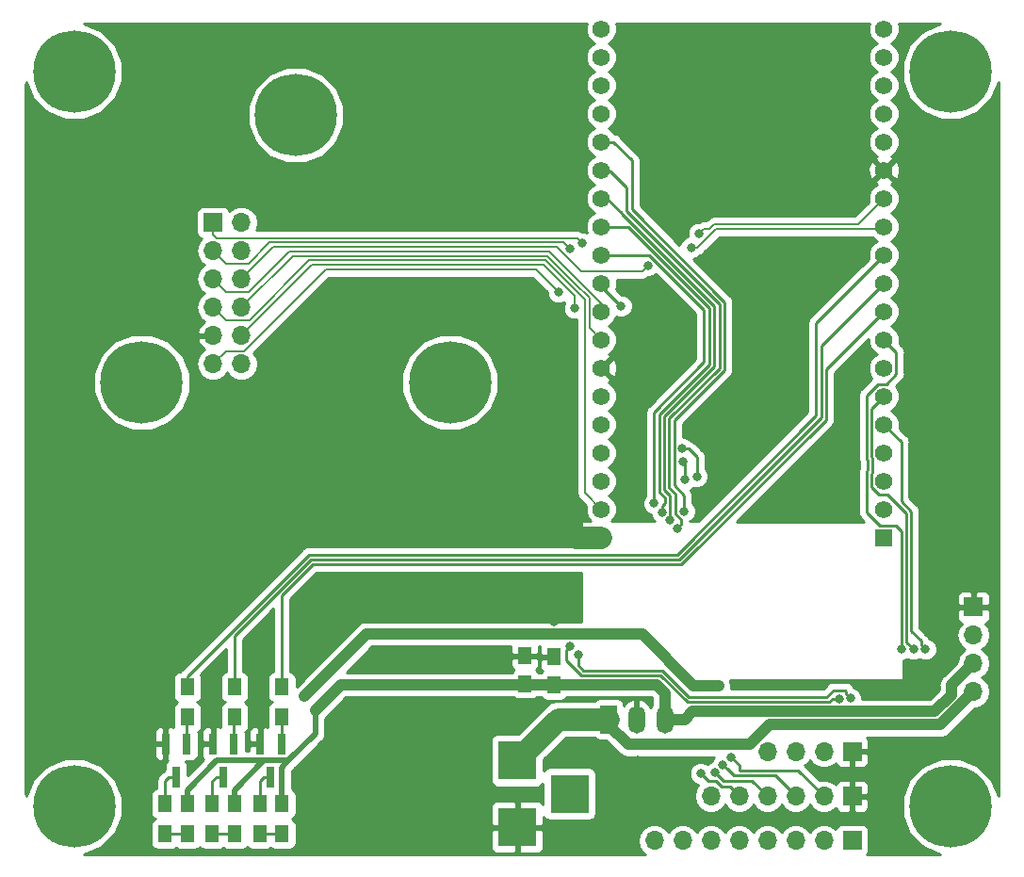
<source format=gtl>
G04 #@! TF.GenerationSoftware,KiCad,Pcbnew,(5.0.0)*
G04 #@! TF.CreationDate,2019-02-03T17:05:02-08:00*
G04 #@! TF.ProjectId,mlab100_Base_Panel_1.5,6D6C61623130305F426173655F50616E,rev?*
G04 #@! TF.SameCoordinates,Original*
G04 #@! TF.FileFunction,Copper,L1,Top,Signal*
G04 #@! TF.FilePolarity,Positive*
%FSLAX46Y46*%
G04 Gerber Fmt 4.6, Leading zero omitted, Abs format (unit mm)*
G04 Created by KiCad (PCBNEW (5.0.0)) date 02/03/19 17:05:02*
%MOMM*%
%LPD*%
G01*
G04 APERTURE LIST*
G04 #@! TA.AperFunction,ComponentPad*
%ADD10R,1.560000X1.560000*%
G04 #@! TD*
G04 #@! TA.AperFunction,ComponentPad*
%ADD11C,1.560000*%
G04 #@! TD*
G04 #@! TA.AperFunction,ComponentPad*
%ADD12R,1.500000X2.500000*%
G04 #@! TD*
G04 #@! TA.AperFunction,ComponentPad*
%ADD13O,1.500000X2.500000*%
G04 #@! TD*
G04 #@! TA.AperFunction,SMDPad,CuDef*
%ADD14R,1.300000X1.500000*%
G04 #@! TD*
G04 #@! TA.AperFunction,ComponentPad*
%ADD15R,1.700000X1.700000*%
G04 #@! TD*
G04 #@! TA.AperFunction,ComponentPad*
%ADD16O,1.700000X1.700000*%
G04 #@! TD*
G04 #@! TA.AperFunction,SMDPad,CuDef*
%ADD17R,0.800000X1.900000*%
G04 #@! TD*
G04 #@! TA.AperFunction,SMDPad,CuDef*
%ADD18R,1.250000X1.500000*%
G04 #@! TD*
G04 #@! TA.AperFunction,ComponentPad*
%ADD19C,7.400000*%
G04 #@! TD*
G04 #@! TA.AperFunction,ComponentPad*
%ADD20R,3.500000X3.500000*%
G04 #@! TD*
G04 #@! TA.AperFunction,ViaPad*
%ADD21C,0.800000*%
G04 #@! TD*
G04 #@! TA.AperFunction,Conductor*
%ADD22C,1.000000*%
G04 #@! TD*
G04 #@! TA.AperFunction,Conductor*
%ADD23C,0.500000*%
G04 #@! TD*
G04 #@! TA.AperFunction,Conductor*
%ADD24C,2.000000*%
G04 #@! TD*
G04 #@! TA.AperFunction,Conductor*
%ADD25C,0.250000*%
G04 #@! TD*
G04 #@! TA.AperFunction,Conductor*
%ADD26C,0.200000*%
G04 #@! TD*
G04 #@! TA.AperFunction,Conductor*
%ADD27C,0.254000*%
G04 #@! TD*
G04 APERTURE END LIST*
D10*
G04 #@! TO.P,U1,1*
G04 #@! TO.N,+3V3*
X77860000Y-46970000D03*
D11*
G04 #@! TO.P,U1,2*
G04 #@! TO.N,N/C*
X77860000Y-44430000D03*
G04 #@! TO.P,U1,19*
G04 #@! TO.N,+5V*
X77860000Y-1250000D03*
G04 #@! TO.P,U1,3*
G04 #@! TO.N,N/C*
X77860000Y-41890000D03*
G04 #@! TO.P,U1,4*
X77860000Y-39350000D03*
G04 #@! TO.P,U1,5*
G04 #@! TO.N,I34*
X77860000Y-36810000D03*
G04 #@! TO.P,U1,6*
G04 #@! TO.N,I35*
X77860000Y-34270000D03*
G04 #@! TO.P,U1,7*
G04 #@! TO.N,CTRL_Heater*
X77860000Y-31730000D03*
G04 #@! TO.P,U1,8*
G04 #@! TO.N,IO33*
X77860000Y-29190000D03*
G04 #@! TO.P,U1,9*
G04 #@! TO.N,LED_G*
X77860000Y-26650000D03*
G04 #@! TO.P,U1,10*
G04 #@! TO.N,LED_Y*
X77860000Y-24110000D03*
G04 #@! TO.P,U1,11*
G04 #@! TO.N,LED_R*
X77860000Y-21570000D03*
G04 #@! TO.P,U1,12*
G04 #@! TO.N,CTRL_3V3A*
X77860000Y-19030000D03*
G04 #@! TO.P,U1,13*
G04 #@! TO.N,CTRL_470nm*
X77860000Y-16490000D03*
G04 #@! TO.P,U1,14*
G04 #@! TO.N,GND*
X77860000Y-13950000D03*
G04 #@! TO.P,U1,15*
G04 #@! TO.N,N/C*
X77860000Y-11410000D03*
G04 #@! TO.P,U1,16*
X77860000Y-8870000D03*
G04 #@! TO.P,U1,17*
X77860000Y-6330000D03*
G04 #@! TO.P,U1,18*
X77860000Y-3790000D03*
G04 #@! TO.P,U1,20*
G04 #@! TO.N,GND*
X52460000Y-46970000D03*
G04 #@! TO.P,U1,21*
G04 #@! TO.N,SPI_MISO*
X52460000Y-44430000D03*
G04 #@! TO.P,U1,22*
G04 #@! TO.N,I2C_SCL*
X52460000Y-41890000D03*
G04 #@! TO.P,U1,23*
G04 #@! TO.N,N/C*
X52460000Y-39350000D03*
G04 #@! TO.P,U1,24*
X52460000Y-36810000D03*
G04 #@! TO.P,U1,25*
G04 #@! TO.N,I2C_SDA*
X52460000Y-34270000D03*
G04 #@! TO.P,U1,26*
G04 #@! TO.N,GND*
X52460000Y-31730000D03*
G04 #@! TO.P,U1,27*
G04 #@! TO.N,SPI_MOSI*
X52460000Y-29190000D03*
G04 #@! TO.P,U1,28*
G04 #@! TO.N,SPI_SCL*
X52460000Y-26650000D03*
G04 #@! TO.P,U1,29*
G04 #@! TO.N,SPI_CS_ADC*
X52460000Y-24110000D03*
G04 #@! TO.P,U1,30*
G04 #@! TO.N,IO17*
X52460000Y-21570000D03*
G04 #@! TO.P,U1,31*
G04 #@! TO.N,IO16*
X52460000Y-19030000D03*
G04 #@! TO.P,U1,32*
G04 #@! TO.N,IO4*
X52460000Y-16490000D03*
G04 #@! TO.P,U1,33*
G04 #@! TO.N,IO0*
X52460000Y-13950000D03*
G04 #@! TO.P,U1,34*
G04 #@! TO.N,IO2*
X52460000Y-11410000D03*
G04 #@! TO.P,U1,35*
G04 #@! TO.N,TEMP1W*
X52460000Y-8870000D03*
G04 #@! TO.P,U1,36*
G04 #@! TO.N,N/C*
X52460000Y-6330000D03*
G04 #@! TO.P,U1,37*
X52460000Y-3790000D03*
G04 #@! TO.P,U1,38*
X52460000Y-1250000D03*
G04 #@! TD*
D12*
G04 #@! TO.P,U2,1*
G04 #@! TO.N,+12V*
X53100000Y-63300000D03*
D13*
G04 #@! TO.P,U2,2*
G04 #@! TO.N,GND*
X55640000Y-63300000D03*
G04 #@! TO.P,U2,3*
G04 #@! TO.N,+5V*
X58180000Y-63300000D03*
G04 #@! TD*
D14*
G04 #@! TO.P,R5,2*
G04 #@! TO.N,+5V*
X23750000Y-70900000D03*
G04 #@! TO.P,R5,1*
G04 #@! TO.N,Net-(D3-Pad2)*
X23750000Y-73600000D03*
G04 #@! TD*
G04 #@! TO.P,R7,2*
G04 #@! TO.N,+5V*
X15250000Y-70900000D03*
G04 #@! TO.P,R7,1*
G04 #@! TO.N,Net-(D6-Pad2)*
X15250000Y-73600000D03*
G04 #@! TD*
D15*
G04 #@! TO.P,J1,1*
G04 #@! TO.N,GND*
X85900000Y-53200000D03*
D16*
G04 #@! TO.P,J1,2*
G04 #@! TO.N,+3V3*
X85900000Y-55740000D03*
G04 #@! TO.P,J1,3*
G04 #@! TO.N,+5V*
X85900000Y-58280000D03*
G04 #@! TO.P,J1,4*
G04 #@! TO.N,+12V*
X85900000Y-60820000D03*
G04 #@! TD*
D17*
G04 #@! TO.P,Q6,1*
G04 #@! TO.N,Net-(Q6-Pad1)*
X19450000Y-65500000D03*
G04 #@! TO.P,Q6,2*
G04 #@! TO.N,GND*
X17550000Y-65500000D03*
G04 #@! TO.P,Q6,3*
G04 #@! TO.N,Net-(D7-Pad1)*
X18500000Y-68500000D03*
G04 #@! TD*
G04 #@! TO.P,Q2,1*
G04 #@! TO.N,Net-(Q2-Pad1)*
X23700000Y-65500000D03*
G04 #@! TO.P,Q2,2*
G04 #@! TO.N,GND*
X21800000Y-65500000D03*
G04 #@! TO.P,Q2,3*
G04 #@! TO.N,Net-(D3-Pad1)*
X22750000Y-68500000D03*
G04 #@! TD*
D15*
G04 #@! TO.P,J5,1*
G04 #@! TO.N,I34*
X75000000Y-74200000D03*
D16*
G04 #@! TO.P,J5,2*
G04 #@! TO.N,I35*
X72460000Y-74200000D03*
G04 #@! TO.P,J5,3*
G04 #@! TO.N,IO33*
X69920000Y-74200000D03*
G04 #@! TO.P,J5,4*
G04 #@! TO.N,IO2*
X67380000Y-74200000D03*
G04 #@! TO.P,J5,5*
G04 #@! TO.N,IO0*
X64840000Y-74200000D03*
G04 #@! TO.P,J5,6*
G04 #@! TO.N,IO4*
X62300000Y-74200000D03*
G04 #@! TO.P,J5,7*
G04 #@! TO.N,IO16*
X59760000Y-74200000D03*
G04 #@! TO.P,J5,8*
G04 #@! TO.N,IO17*
X57220000Y-74200000D03*
G04 #@! TD*
D17*
G04 #@! TO.P,Q4,1*
G04 #@! TO.N,Net-(Q4-Pad1)*
X15200000Y-65500000D03*
G04 #@! TO.P,Q4,2*
G04 #@! TO.N,GND*
X13300000Y-65500000D03*
G04 #@! TO.P,Q4,3*
G04 #@! TO.N,Net-(D6-Pad1)*
X14250000Y-68500000D03*
G04 #@! TD*
D18*
G04 #@! TO.P,C4,1*
G04 #@! TO.N,+5V*
X45600000Y-60100000D03*
G04 #@! TO.P,C4,2*
G04 #@! TO.N,GND*
X45600000Y-57600000D03*
G04 #@! TD*
G04 #@! TO.P,C3,2*
G04 #@! TO.N,GND*
X48200000Y-57700000D03*
G04 #@! TO.P,C3,1*
G04 #@! TO.N,+5V*
X48200000Y-60200000D03*
G04 #@! TD*
D14*
G04 #@! TO.P,R9,2*
G04 #@! TO.N,+5V*
X19500000Y-70900000D03*
G04 #@! TO.P,R9,1*
G04 #@! TO.N,Net-(D7-Pad2)*
X19500000Y-73600000D03*
G04 #@! TD*
D15*
G04 #@! TO.P,J7,1*
G04 #@! TO.N,GND*
X75000000Y-66200000D03*
D16*
G04 #@! TO.P,J7,2*
G04 #@! TO.N,I2C_SDA*
X72460000Y-66200000D03*
G04 #@! TO.P,J7,3*
G04 #@! TO.N,I2C_SCL*
X69920000Y-66200000D03*
G04 #@! TO.P,J7,4*
G04 #@! TO.N,+3V3*
X67380000Y-66200000D03*
G04 #@! TD*
G04 #@! TO.P,J2,12*
G04 #@! TO.N,+5V*
X20100000Y-31350000D03*
G04 #@! TO.P,J2,11*
G04 #@! TO.N,CTRL_Heater*
X17560000Y-31350000D03*
G04 #@! TO.P,J2,10*
G04 #@! TO.N,SPI_CS_ADC*
X20100000Y-28810000D03*
G04 #@! TO.P,J2,9*
G04 #@! TO.N,GND*
X17560000Y-28810000D03*
G04 #@! TO.P,J2,8*
G04 #@! TO.N,SPI_MOSI*
X20100000Y-26270000D03*
G04 #@! TO.P,J2,7*
G04 #@! TO.N,SPI_MISO*
X17560000Y-26270000D03*
G04 #@! TO.P,J2,6*
G04 #@! TO.N,CTRL_3V3A*
X20100000Y-23730000D03*
G04 #@! TO.P,J2,5*
G04 #@! TO.N,SPI_SCL*
X17560000Y-23730000D03*
G04 #@! TO.P,J2,4*
G04 #@! TO.N,+3V3*
X20100000Y-21190000D03*
G04 #@! TO.P,J2,3*
G04 #@! TO.N,TEMP1W*
X17560000Y-21190000D03*
G04 #@! TO.P,J2,2*
G04 #@! TO.N,+12V*
X20100000Y-18650000D03*
D15*
G04 #@! TO.P,J2,1*
G04 #@! TO.N,CTRL_470nm*
X17560000Y-18650000D03*
G04 #@! TD*
G04 #@! TO.P,J6,1*
G04 #@! TO.N,GND*
X75000000Y-70200000D03*
D16*
G04 #@! TO.P,J6,2*
G04 #@! TO.N,SPI_CS_ADC*
X72460000Y-70200000D03*
G04 #@! TO.P,J6,3*
G04 #@! TO.N,SPI_MISO*
X69920000Y-70200000D03*
G04 #@! TO.P,J6,4*
G04 #@! TO.N,SPI_MOSI*
X67380000Y-70200000D03*
G04 #@! TO.P,J6,5*
G04 #@! TO.N,SPI_SCL*
X64840000Y-70200000D03*
G04 #@! TO.P,J6,6*
G04 #@! TO.N,+3V3*
X62300000Y-70200000D03*
G04 #@! TD*
D14*
G04 #@! TO.P,D3,1*
G04 #@! TO.N,Net-(D3-Pad1)*
X21750000Y-70900000D03*
G04 #@! TO.P,D3,2*
G04 #@! TO.N,Net-(D3-Pad2)*
X21750000Y-73600000D03*
G04 #@! TD*
G04 #@! TO.P,D6,2*
G04 #@! TO.N,Net-(D6-Pad2)*
X13250000Y-73600000D03*
G04 #@! TO.P,D6,1*
G04 #@! TO.N,Net-(D6-Pad1)*
X13250000Y-70900000D03*
G04 #@! TD*
G04 #@! TO.P,D7,1*
G04 #@! TO.N,Net-(D7-Pad1)*
X17500000Y-70900000D03*
G04 #@! TO.P,D7,2*
G04 #@! TO.N,Net-(D7-Pad2)*
X17500000Y-73600000D03*
G04 #@! TD*
D19*
G04 #@! TO.P,MH1,1*
G04 #@! TO.N,N/C*
X5080000Y-5080000D03*
G04 #@! TD*
G04 #@! TO.P,MH2,1*
G04 #@! TO.N,N/C*
X5080000Y-71120000D03*
G04 #@! TD*
G04 #@! TO.P,MH3,1*
G04 #@! TO.N,N/C*
X83820000Y-71120000D03*
G04 #@! TD*
G04 #@! TO.P,MH4,1*
G04 #@! TO.N,N/C*
X83820000Y-5080000D03*
G04 #@! TD*
G04 #@! TO.P,MH5,1*
G04 #@! TO.N,N/C*
X38856400Y-33000000D03*
G04 #@! TD*
G04 #@! TO.P,MH6,1*
G04 #@! TO.N,N/C*
X11143600Y-33000000D03*
G04 #@! TD*
G04 #@! TO.P,MH7,1*
G04 #@! TO.N,N/C*
X25000000Y-9000000D03*
G04 #@! TD*
D14*
G04 #@! TO.P,R4,1*
G04 #@! TO.N,LED_G*
X23750000Y-60400000D03*
G04 #@! TO.P,R4,2*
G04 #@! TO.N,Net-(Q2-Pad1)*
X23750000Y-63100000D03*
G04 #@! TD*
G04 #@! TO.P,R6,2*
G04 #@! TO.N,Net-(Q4-Pad1)*
X15250000Y-63100000D03*
G04 #@! TO.P,R6,1*
G04 #@! TO.N,LED_R*
X15250000Y-60400000D03*
G04 #@! TD*
G04 #@! TO.P,R8,1*
G04 #@! TO.N,LED_Y*
X19500000Y-60400000D03*
G04 #@! TO.P,R8,2*
G04 #@! TO.N,Net-(Q6-Pad1)*
X19500000Y-63100000D03*
G04 #@! TD*
D20*
G04 #@! TO.P,J4,3*
G04 #@! TO.N,N/C*
X49600000Y-70000000D03*
G04 #@! TO.P,J4,2*
G04 #@! TO.N,GND*
X44900000Y-73000000D03*
G04 #@! TO.P,J4,1*
G04 #@! TO.N,+12V*
X44900000Y-67000000D03*
G04 #@! TD*
D21*
G04 #@! TO.N,+5V*
X26750000Y-62500000D03*
G04 #@! TO.N,GND*
X47600000Y-6600000D03*
X70300000Y-34300000D03*
X83800000Y-47100000D03*
X83900000Y-38600000D03*
X83500000Y-28700000D03*
X83400000Y-21200000D03*
X62800000Y-14100000D03*
X58300000Y-8100000D03*
X68200000Y-4300000D03*
X73500000Y-6700000D03*
X16490000Y-5000000D03*
X26850000Y-16700000D03*
X4400000Y-11400000D03*
X2400000Y-36100000D03*
X3200000Y-66200000D03*
X26980000Y-67730000D03*
X33790000Y-62680000D03*
X37100000Y-72100000D03*
X86090000Y-66130000D03*
X79300000Y-73700000D03*
X65200000Y-25800000D03*
X62800000Y-23100000D03*
X15400000Y-25300000D03*
X11000000Y-38200000D03*
X8750000Y-61000000D03*
X14200000Y-58700000D03*
X55700000Y-67000000D03*
X52870000Y-72210000D03*
X87500000Y-62500000D03*
X59200000Y-26150000D03*
X47840000Y-17660000D03*
X38030000Y-17600000D03*
X73060000Y-42130000D03*
X36230000Y-24360000D03*
X12970000Y-15650000D03*
X34980000Y-4430000D03*
X3750000Y-45000000D03*
X15750000Y-47250000D03*
X48219130Y-54519990D03*
X71010000Y-16510000D03*
X60002639Y-18737726D03*
X60350000Y-27270000D03*
X83110000Y-51340000D03*
X78200000Y-66110000D03*
X56882340Y-32097660D03*
X5700000Y-24700000D03*
X21750000Y-63000000D03*
X21000000Y-56250000D03*
X17250000Y-63500000D03*
X17500000Y-58750000D03*
X28500000Y-73250000D03*
X46500000Y-31250000D03*
X46000000Y-42750000D03*
X33500000Y-43750000D03*
X29000000Y-33000000D03*
X43250000Y-57750000D03*
X40250000Y-57750000D03*
X63710000Y-41540000D03*
X75290000Y-33260000D03*
X80400000Y-12600000D03*
X86580000Y-10850000D03*
X83440000Y-57650000D03*
X78520000Y-60710000D03*
X76540000Y-60630000D03*
X10050000Y-73470000D03*
X55670000Y-68310000D03*
X49530000Y-66294000D03*
G04 #@! TO.N,CTRL_3V3A*
X56640000Y-22530000D03*
X60530000Y-20900000D03*
G04 #@! TO.N,SPI_CS_ADC*
X64130000Y-66710000D03*
X54240000Y-26140000D03*
X50040000Y-26350000D03*
G04 #@! TO.N,SPI_SCL*
X61390000Y-68180000D03*
G04 #@! TO.N,+3V3*
X50930000Y-55620000D03*
X25750000Y-61250000D03*
X63000000Y-60250000D03*
G04 #@! TO.N,TEMP1W*
X49620000Y-21000000D03*
G04 #@! TO.N,I2C_SCL*
X73820000Y-61440000D03*
X49630000Y-56760000D03*
G04 #@! TO.N,I2C_SDA*
X74870000Y-61420000D03*
X50410000Y-57460000D03*
G04 #@! TO.N,IO0*
X59262721Y-46162730D03*
G04 #@! TO.N,IO2*
X59912653Y-44587347D03*
G04 #@! TO.N,IO4*
X58605551Y-45408972D03*
G04 #@! TO.N,IO16*
X57913046Y-44687543D03*
G04 #@! TO.N,IO17*
X57200000Y-43900000D03*
G04 #@! TO.N,IO33*
X79400000Y-57000000D03*
G04 #@! TO.N,I34*
X81600000Y-57000000D03*
G04 #@! TO.N,I35*
X80500000Y-57000000D03*
G04 #@! TO.N,CTRL_Heater*
X48600000Y-24910000D03*
G04 #@! TO.N,CTRL_470nm*
X61220000Y-19630000D03*
X50750000Y-20500000D03*
G04 #@! TO.N,SPI_MOSI*
X62709778Y-68114329D03*
X59990000Y-41770000D03*
X59760000Y-40130000D03*
G04 #@! TO.N,SPI_MISO*
X63383147Y-67375007D03*
X61040000Y-41460000D03*
X59740000Y-38950000D03*
G04 #@! TD*
D22*
G04 #@! TO.N,+5V*
X58180000Y-60930000D02*
X58180000Y-63300000D01*
X51100000Y-60200000D02*
X57450000Y-60200000D01*
X57450000Y-60200000D02*
X58180000Y-60930000D01*
X59930000Y-63300000D02*
X60640000Y-62590000D01*
X58180000Y-63300000D02*
X59930000Y-63300000D01*
X60640000Y-62590000D02*
X82440000Y-62590000D01*
X82440000Y-62590000D02*
X83940000Y-61090000D01*
X83940000Y-60240000D02*
X85900000Y-58280000D01*
X83940000Y-61090000D02*
X83940000Y-60240000D01*
X29050000Y-60200000D02*
X26750000Y-62500000D01*
X30030000Y-60200000D02*
X29050000Y-60200000D01*
X30030000Y-60200000D02*
X51100000Y-60200000D01*
D23*
X15250000Y-69650000D02*
X17900000Y-67000000D01*
X15250000Y-70900000D02*
X15250000Y-69650000D01*
X26750000Y-63065685D02*
X26750000Y-62500000D01*
X26750000Y-64610002D02*
X26750000Y-63065685D01*
X24360002Y-67000000D02*
X26750000Y-64610002D01*
X22150000Y-67000000D02*
X23000000Y-67000000D01*
X19500000Y-69650000D02*
X22150000Y-67000000D01*
X19500000Y-70900000D02*
X19500000Y-69650000D01*
X17900000Y-67000000D02*
X23000000Y-67000000D01*
X23000000Y-67000000D02*
X24360002Y-67000000D01*
X23750000Y-67610002D02*
X24360002Y-67000000D01*
X23750000Y-70900000D02*
X23750000Y-67610002D01*
D24*
G04 #@! TO.N,GND*
X50220000Y-46970000D02*
X46000000Y-42750000D01*
X52460000Y-46970000D02*
X50220000Y-46970000D01*
D25*
G04 #@! TO.N,Net-(D3-Pad2)*
X23750000Y-73600000D02*
X21750000Y-73600000D01*
G04 #@! TO.N,Net-(D3-Pad1)*
X22100000Y-68500000D02*
X22750000Y-68500000D01*
X21750000Y-68850000D02*
X22100000Y-68500000D01*
X21750000Y-70900000D02*
X21750000Y-68850000D01*
G04 #@! TO.N,Net-(D6-Pad2)*
X15250000Y-73600000D02*
X13250000Y-73600000D01*
G04 #@! TO.N,Net-(D6-Pad1)*
X13600000Y-68500000D02*
X14250000Y-68500000D01*
X13250000Y-68850000D02*
X13600000Y-68500000D01*
X13250000Y-70900000D02*
X13250000Y-68850000D01*
G04 #@! TO.N,Net-(D7-Pad1)*
X17850000Y-68500000D02*
X18500000Y-68500000D01*
X17500000Y-68850000D02*
X17850000Y-68500000D01*
X17500000Y-70900000D02*
X17500000Y-68850000D01*
G04 #@! TO.N,Net-(D7-Pad2)*
X19500000Y-73600000D02*
X17500000Y-73600000D01*
D26*
G04 #@! TO.N,CTRL_3V3A*
X56329999Y-22840001D02*
X56640000Y-22530000D01*
X62775685Y-19220000D02*
X77696914Y-19220000D01*
X61095685Y-20900000D02*
X62775685Y-19220000D01*
X60530000Y-20900000D02*
X61095685Y-20900000D01*
X56240001Y-22929999D02*
X56640000Y-22530000D01*
X56140001Y-23029999D02*
X56240001Y-22929999D01*
X50629999Y-23029999D02*
X56140001Y-23029999D01*
X48440000Y-20840000D02*
X50629999Y-23029999D01*
X22990000Y-20840000D02*
X48440000Y-20840000D01*
X20100000Y-23730000D02*
X22990000Y-20840000D01*
D25*
G04 #@! TO.N,SPI_CS_ADC*
X70170000Y-67910000D02*
X67860000Y-67910000D01*
X72460000Y-70200000D02*
X70170000Y-67910000D01*
X67860000Y-67910000D02*
X64840000Y-67910000D01*
X64840000Y-67420000D02*
X64130000Y-66710000D01*
X64840000Y-67910000D02*
X64840000Y-67420000D01*
X52460000Y-24360000D02*
X52460000Y-24110000D01*
X54240000Y-26140000D02*
X52460000Y-24360000D01*
D26*
X20100000Y-28810000D02*
X20949999Y-27960001D01*
X20949999Y-27960001D02*
X26460000Y-22450000D01*
X26460000Y-22450000D02*
X47270000Y-22450000D01*
X47270000Y-22450000D02*
X50040000Y-25220000D01*
X50040000Y-25220000D02*
X50040000Y-26350000D01*
D25*
G04 #@! TO.N,SPI_SCL*
X64840000Y-70200000D02*
X63990001Y-69350001D01*
X63990001Y-69350001D02*
X63257017Y-69350001D01*
X63257017Y-69350001D02*
X62746347Y-68839331D01*
X62049331Y-68839331D02*
X62380000Y-68839331D01*
X61390000Y-68180000D02*
X62049331Y-68839331D01*
X62746347Y-68839331D02*
X62380000Y-68839331D01*
X62380000Y-68839331D02*
X62020571Y-68839331D01*
D26*
X52460000Y-25910000D02*
X52460000Y-26650000D01*
X47800000Y-21250000D02*
X52460000Y-25910000D01*
X24370000Y-21250000D02*
X47800000Y-21250000D01*
X20739999Y-24880001D02*
X24370000Y-21250000D01*
X17560000Y-23730000D02*
X18710001Y-24880001D01*
X18710001Y-24880001D02*
X20739999Y-24880001D01*
D22*
G04 #@! TO.N,+3V3*
X50930000Y-55620000D02*
X53060000Y-55620000D01*
X31380000Y-55620000D02*
X50930000Y-55620000D01*
X25750000Y-61250000D02*
X31380000Y-55620000D01*
X53060000Y-55620000D02*
X56120000Y-55620000D01*
X56120000Y-55620000D02*
X60750000Y-60250000D01*
X60750000Y-60250000D02*
X63000000Y-60250000D01*
D26*
G04 #@! TO.N,TEMP1W*
X18710001Y-22340001D02*
X20769999Y-22340001D01*
X17560000Y-21190000D02*
X18710001Y-22340001D01*
X20769999Y-22340001D02*
X22670000Y-20440000D01*
X49060000Y-20440000D02*
X49620000Y-21000000D01*
X22670000Y-20440000D02*
X49060000Y-20440000D01*
D25*
G04 #@! TO.N,I2C_SCL*
X49310000Y-57996411D02*
X49310000Y-57990000D01*
X57780011Y-59360011D02*
X50673600Y-59360011D01*
X50673600Y-59360011D02*
X49310000Y-57996411D01*
X60180000Y-61760000D02*
X57780011Y-59360011D01*
X72934315Y-61760000D02*
X60180000Y-61760000D01*
X73254315Y-61440000D02*
X72934315Y-61760000D01*
X73820000Y-61440000D02*
X73254315Y-61440000D01*
X49310000Y-57996411D02*
X49310000Y-57080000D01*
X49310000Y-57080000D02*
X49630000Y-56760000D01*
G04 #@! TO.N,I2C_SDA*
X50410000Y-58460000D02*
X50410000Y-57460000D01*
X50860000Y-58910000D02*
X50410000Y-58460000D01*
X57970000Y-58910000D02*
X50860000Y-58910000D01*
X60340000Y-61280000D02*
X57970000Y-58910000D01*
X74870000Y-61420000D02*
X74470001Y-61020001D01*
X74470001Y-61020001D02*
X74470001Y-60750001D01*
X74470001Y-60750001D02*
X74390000Y-60670000D01*
X74390000Y-60670000D02*
X73320000Y-60670000D01*
X73320000Y-60670000D02*
X72710000Y-61280000D01*
X72710000Y-61280000D02*
X60340000Y-61280000D01*
D22*
G04 #@! TO.N,+12V*
X53100000Y-63800000D02*
X53100000Y-63300000D01*
X67587059Y-63790011D02*
X65827070Y-65550000D01*
X54850000Y-65550000D02*
X53100000Y-63800000D01*
X82937060Y-63790011D02*
X67587059Y-63790011D01*
X85900000Y-60820000D02*
X85900000Y-60827071D01*
X65827070Y-65550000D02*
X54850000Y-65550000D01*
X85900000Y-60827071D02*
X82937060Y-63790011D01*
D24*
X48600000Y-63300000D02*
X44900000Y-67000000D01*
X53100000Y-63300000D02*
X48600000Y-63300000D01*
D25*
G04 #@! TO.N,IO0*
X63050029Y-25990770D02*
X63050028Y-25940798D01*
X63100000Y-25990770D02*
X63050028Y-25940798D01*
X63100000Y-25990770D02*
X63050029Y-25990770D01*
X63050028Y-25940798D02*
X57525021Y-20415791D01*
X54740000Y-17630770D02*
X57525021Y-20415791D01*
X54740000Y-15480000D02*
X54740000Y-17630770D01*
X53140000Y-13950000D02*
X53240000Y-14050000D01*
X52460000Y-13950000D02*
X53140000Y-13950000D01*
X53310000Y-14050000D02*
X54740000Y-15480000D01*
X53240000Y-14050000D02*
X53310000Y-14050000D01*
X59662720Y-45362720D02*
X59662720Y-45762731D01*
X58550030Y-36259200D02*
X58550030Y-42477210D01*
X59100020Y-44800020D02*
X59662720Y-45362720D01*
X59662720Y-45762731D02*
X59262721Y-46162730D01*
X59100020Y-43027200D02*
X59100020Y-44800020D01*
X58550030Y-42477210D02*
X59100020Y-43027200D01*
X63100000Y-31709229D02*
X58550030Y-36259200D01*
X63100000Y-25990770D02*
X63100000Y-31709229D01*
G04 #@! TO.N,IO2*
X59000040Y-42290810D02*
X59912653Y-43203423D01*
X55200000Y-17454360D02*
X63550010Y-25804370D01*
X63550010Y-25804370D02*
X63550009Y-31895630D01*
X59912653Y-43203423D02*
X59912653Y-44587347D01*
X63550009Y-31895630D02*
X59000040Y-36445599D01*
X59000040Y-36445599D02*
X59000040Y-42290810D01*
X55200000Y-13046914D02*
X55200000Y-13510000D01*
X53563086Y-11410000D02*
X55200000Y-13046914D01*
X52460000Y-11410000D02*
X53563086Y-11410000D01*
X55200000Y-13400000D02*
X55200000Y-13510000D01*
X55200000Y-13510000D02*
X55200000Y-17454360D01*
G04 #@! TO.N,IO4*
X52460000Y-16490000D02*
X52970000Y-16490000D01*
X54302820Y-17822820D02*
X54302820Y-17830000D01*
X52970000Y-16490000D02*
X54302820Y-17822820D01*
X54179999Y-17707179D02*
X54302820Y-17830000D01*
X62600019Y-26127199D02*
X62600019Y-31572799D01*
X58100020Y-36072800D02*
X58100020Y-42663610D01*
X62600019Y-31572799D02*
X58100020Y-36072800D01*
X58650010Y-43213600D02*
X58650010Y-45364513D01*
X58650010Y-45364513D02*
X58605551Y-45408972D01*
X54302820Y-17830000D02*
X62600019Y-26127199D01*
X58100020Y-42663610D02*
X58650010Y-43213600D01*
G04 #@! TO.N,IO16*
X62150010Y-31386400D02*
X57650010Y-35886400D01*
X58200000Y-43834904D02*
X57913046Y-44121858D01*
X57913046Y-44121858D02*
X57913046Y-44687543D01*
X62150009Y-26313599D02*
X62150010Y-31386400D01*
X58200000Y-43400000D02*
X58200000Y-43834904D01*
X57650010Y-42850010D02*
X58200000Y-43400000D01*
X57650010Y-35886400D02*
X57650010Y-42850010D01*
X54866410Y-19030000D02*
X62150009Y-26313599D01*
X52460000Y-19030000D02*
X54866410Y-19030000D01*
G04 #@! TO.N,IO17*
X56770000Y-21570000D02*
X52460000Y-21570000D01*
X61700000Y-26500000D02*
X56770000Y-21570000D01*
X61700000Y-31200000D02*
X61700000Y-26500000D01*
X57200000Y-43900000D02*
X57200000Y-35700000D01*
X57200000Y-35700000D02*
X61700000Y-31200000D01*
G04 #@! TO.N,IO33*
X79400000Y-46364998D02*
X79400000Y-57000000D01*
X78900001Y-45864999D02*
X79400000Y-46364998D01*
X77484999Y-45864999D02*
X78900001Y-45864999D01*
X76304988Y-41021422D02*
X76304988Y-44684988D01*
X76304988Y-44684988D02*
X77484999Y-45864999D01*
X76400009Y-40013599D02*
X76400009Y-40926401D01*
X76400009Y-40926401D02*
X76304988Y-41021422D01*
X76304988Y-39918578D02*
X76400009Y-40013599D01*
X78965001Y-30295001D02*
X78965001Y-32254999D01*
X77860000Y-29190000D02*
X78965001Y-30295001D01*
X78965001Y-32254999D02*
X78055001Y-33164999D01*
X78055001Y-33164999D02*
X77329599Y-33164999D01*
X77329599Y-33164999D02*
X76304988Y-34189610D01*
X76304988Y-34189610D02*
X76304988Y-39918578D01*
G04 #@! TO.N,I34*
X80310000Y-55370000D02*
X80310000Y-44600000D01*
X80310000Y-44600000D02*
X79400000Y-43690000D01*
X79400000Y-38350000D02*
X77860000Y-36810000D01*
X79400000Y-43690000D02*
X79400000Y-38350000D01*
X81200001Y-56260001D02*
X80310000Y-55370000D01*
X81200001Y-56600001D02*
X81200001Y-56260001D01*
X81600000Y-57000000D02*
X81200001Y-56600001D01*
G04 #@! TO.N,I35*
X76850020Y-41112801D02*
X76850020Y-39827199D01*
X76754999Y-35375001D02*
X77080001Y-35049999D01*
X76754999Y-41207822D02*
X76850020Y-41112801D01*
X79859989Y-44794587D02*
X78135402Y-43070000D01*
X76754999Y-42420401D02*
X76754999Y-41207822D01*
X80500000Y-57000000D02*
X79859989Y-56359989D01*
X78135402Y-43070000D02*
X77404598Y-43070000D01*
X76754999Y-39732178D02*
X76754999Y-35375001D01*
X77080001Y-35049999D02*
X77860000Y-34270000D01*
X79859989Y-56359989D02*
X79859989Y-44794587D01*
X77404598Y-43070000D02*
X76754999Y-42420401D01*
X76850020Y-39827199D02*
X76754999Y-39732178D01*
D26*
G04 #@! TO.N,CTRL_Heater*
X18710001Y-30199999D02*
X20340001Y-30199999D01*
X17560000Y-31350000D02*
X18710001Y-30199999D01*
X20340001Y-30199999D02*
X27680000Y-22860000D01*
X27680000Y-22860000D02*
X46550000Y-22860000D01*
X46550000Y-22860000D02*
X48600000Y-24910000D01*
D25*
G04 #@! TO.N,LED_G*
X77860000Y-26650000D02*
X72660000Y-31850000D01*
X72660000Y-31850000D02*
X72660000Y-36370000D01*
X72660000Y-36370000D02*
X59630000Y-49400000D01*
X59630000Y-49400000D02*
X26530000Y-49400000D01*
X23750000Y-52180000D02*
X23750000Y-60400000D01*
X26530000Y-49400000D02*
X23750000Y-52180000D01*
G04 #@! TO.N,LED_R*
X15250000Y-59400000D02*
X26150000Y-48500000D01*
X15250000Y-60400000D02*
X15250000Y-59400000D01*
X26150000Y-48500000D02*
X59250000Y-48500000D01*
X59250000Y-48500000D02*
X71750000Y-36000000D01*
X71750000Y-27680000D02*
X77860000Y-21570000D01*
X71750000Y-36000000D02*
X71750000Y-27680000D01*
G04 #@! TO.N,LED_Y*
X19500000Y-60400000D02*
X19500000Y-55790000D01*
X19500000Y-55790000D02*
X26340000Y-48950000D01*
X26340000Y-48950000D02*
X59440000Y-48950000D01*
X59440000Y-48950000D02*
X72210000Y-36180000D01*
X72210000Y-29760000D02*
X77860000Y-24110000D01*
X72210000Y-36180000D02*
X72210000Y-29760000D01*
G04 #@! TO.N,Net-(Q2-Pad1)*
X23700000Y-63150000D02*
X23750000Y-63100000D01*
X23700000Y-65500000D02*
X23700000Y-63150000D01*
G04 #@! TO.N,Net-(Q4-Pad1)*
X15200000Y-63150000D02*
X15250000Y-63100000D01*
X15200000Y-65500000D02*
X15200000Y-63150000D01*
G04 #@! TO.N,Net-(Q6-Pad1)*
X19450000Y-63150000D02*
X19500000Y-63100000D01*
X19450000Y-65500000D02*
X19450000Y-63150000D01*
D26*
G04 #@! TO.N,CTRL_470nm*
X62169999Y-19230001D02*
X62590000Y-18810000D01*
X61220000Y-19630000D02*
X61619999Y-19230001D01*
X61619999Y-19230001D02*
X62169999Y-19230001D01*
X50289999Y-20039999D02*
X50750000Y-20500000D01*
X17899999Y-20039999D02*
X50289999Y-20039999D01*
X17560000Y-18650000D02*
X17560000Y-19700000D01*
X17560000Y-19700000D02*
X17899999Y-20039999D01*
X75540000Y-18810000D02*
X77860000Y-16490000D01*
X74840000Y-18810000D02*
X75540000Y-18810000D01*
X62590000Y-18810000D02*
X74840000Y-18810000D01*
G04 #@! TO.N,SPI_MOSI*
X50090000Y-24130000D02*
X51380000Y-25420000D01*
X51380000Y-25420000D02*
X51380000Y-27360000D01*
X51380000Y-28110000D02*
X52460000Y-29190000D01*
X51380000Y-25420000D02*
X51380000Y-28110000D01*
D25*
X63425449Y-68830000D02*
X63109777Y-68514328D01*
X63109777Y-68514328D02*
X62709778Y-68114329D01*
X66010000Y-68830000D02*
X63425449Y-68830000D01*
X67380000Y-70200000D02*
X66010000Y-68830000D01*
X59990000Y-40360000D02*
X59760000Y-40130000D01*
X59990000Y-41770000D02*
X59990000Y-40360000D01*
D26*
X47610000Y-21650000D02*
X50090000Y-24130000D01*
X20100000Y-26270000D02*
X24720000Y-21650000D01*
X24720000Y-21650000D02*
X47610000Y-21650000D01*
D25*
G04 #@! TO.N,SPI_MISO*
X63783146Y-67775006D02*
X63383147Y-67375007D01*
X64368140Y-68360000D02*
X63783146Y-67775006D01*
X68080000Y-68360000D02*
X64368140Y-68360000D01*
X69920000Y-70200000D02*
X68080000Y-68360000D01*
X61040000Y-40894315D02*
X61040000Y-41460000D01*
X61040000Y-39684315D02*
X61040000Y-40894315D01*
X60305685Y-38950000D02*
X61040000Y-39684315D01*
X59740000Y-38950000D02*
X60305685Y-38950000D01*
D26*
X50980000Y-42950000D02*
X52460000Y-44430000D01*
X18710001Y-27420001D02*
X20849999Y-27420001D01*
X17560000Y-26270000D02*
X18710001Y-27420001D01*
X20849999Y-27420001D02*
X26220000Y-22050000D01*
X26220000Y-22050000D02*
X47440000Y-22050000D01*
X47440000Y-22050000D02*
X50980000Y-25590000D01*
X50980000Y-25590000D02*
X50980000Y-42950000D01*
G04 #@! TD*
D27*
G04 #@! TO.N,GND*
G36*
X51045000Y-968539D02*
X51045000Y-1531461D01*
X51260421Y-2051533D01*
X51658467Y-2449579D01*
X51828478Y-2520000D01*
X51658467Y-2590421D01*
X51260421Y-2988467D01*
X51045000Y-3508539D01*
X51045000Y-4071461D01*
X51260421Y-4591533D01*
X51658467Y-4989579D01*
X51828478Y-5060000D01*
X51658467Y-5130421D01*
X51260421Y-5528467D01*
X51045000Y-6048539D01*
X51045000Y-6611461D01*
X51260421Y-7131533D01*
X51658467Y-7529579D01*
X51828478Y-7600000D01*
X51658467Y-7670421D01*
X51260421Y-8068467D01*
X51045000Y-8588539D01*
X51045000Y-9151461D01*
X51260421Y-9671533D01*
X51658467Y-10069579D01*
X51828478Y-10140000D01*
X51658467Y-10210421D01*
X51260421Y-10608467D01*
X51045000Y-11128539D01*
X51045000Y-11691461D01*
X51260421Y-12211533D01*
X51658467Y-12609579D01*
X51828478Y-12680000D01*
X51658467Y-12750421D01*
X51260421Y-13148467D01*
X51045000Y-13668539D01*
X51045000Y-14231461D01*
X51260421Y-14751533D01*
X51658467Y-15149579D01*
X51828478Y-15220000D01*
X51658467Y-15290421D01*
X51260421Y-15688467D01*
X51045000Y-16208539D01*
X51045000Y-16771461D01*
X51260421Y-17291533D01*
X51658467Y-17689579D01*
X51828478Y-17760000D01*
X51658467Y-17830421D01*
X51260421Y-18228467D01*
X51045000Y-18748539D01*
X51045000Y-19311461D01*
X51140228Y-19541362D01*
X50955874Y-19465000D01*
X50752416Y-19465000D01*
X50576782Y-19347645D01*
X50362387Y-19304999D01*
X50362383Y-19304999D01*
X50289999Y-19290601D01*
X50217615Y-19304999D01*
X21448337Y-19304999D01*
X21498839Y-19229418D01*
X21614092Y-18650000D01*
X21498839Y-18070582D01*
X21170625Y-17579375D01*
X20679418Y-17251161D01*
X20246256Y-17165000D01*
X19953744Y-17165000D01*
X19520582Y-17251161D01*
X19029375Y-17579375D01*
X19017184Y-17597619D01*
X19008157Y-17552235D01*
X18867809Y-17342191D01*
X18657765Y-17201843D01*
X18410000Y-17152560D01*
X16710000Y-17152560D01*
X16462235Y-17201843D01*
X16252191Y-17342191D01*
X16111843Y-17552235D01*
X16062560Y-17800000D01*
X16062560Y-19500000D01*
X16111843Y-19747765D01*
X16252191Y-19957809D01*
X16462235Y-20098157D01*
X16507619Y-20107184D01*
X16489375Y-20119375D01*
X16161161Y-20610582D01*
X16045908Y-21190000D01*
X16161161Y-21769418D01*
X16489375Y-22260625D01*
X16787761Y-22460000D01*
X16489375Y-22659375D01*
X16161161Y-23150582D01*
X16045908Y-23730000D01*
X16161161Y-24309418D01*
X16489375Y-24800625D01*
X16787761Y-25000000D01*
X16489375Y-25199375D01*
X16161161Y-25690582D01*
X16045908Y-26270000D01*
X16161161Y-26849418D01*
X16489375Y-27340625D01*
X16808478Y-27553843D01*
X16678642Y-27614817D01*
X16288355Y-28043076D01*
X16118524Y-28453110D01*
X16239845Y-28683000D01*
X17433000Y-28683000D01*
X17433000Y-28663000D01*
X17687000Y-28663000D01*
X17687000Y-28683000D01*
X17707000Y-28683000D01*
X17707000Y-28937000D01*
X17687000Y-28937000D01*
X17687000Y-28957000D01*
X17433000Y-28957000D01*
X17433000Y-28937000D01*
X16239845Y-28937000D01*
X16118524Y-29166890D01*
X16288355Y-29576924D01*
X16678642Y-30005183D01*
X16808478Y-30066157D01*
X16489375Y-30279375D01*
X16161161Y-30770582D01*
X16045908Y-31350000D01*
X16161161Y-31929418D01*
X16489375Y-32420625D01*
X16980582Y-32748839D01*
X17413744Y-32835000D01*
X17706256Y-32835000D01*
X18139418Y-32748839D01*
X18630625Y-32420625D01*
X18830000Y-32122239D01*
X19029375Y-32420625D01*
X19520582Y-32748839D01*
X19953744Y-32835000D01*
X20246256Y-32835000D01*
X20679418Y-32748839D01*
X21170625Y-32420625D01*
X21359659Y-32137715D01*
X34521400Y-32137715D01*
X34521400Y-33862285D01*
X35181364Y-35455580D01*
X36400820Y-36675036D01*
X37994115Y-37335000D01*
X39718685Y-37335000D01*
X41311980Y-36675036D01*
X42531436Y-35455580D01*
X43191400Y-33862285D01*
X43191400Y-32137715D01*
X42531436Y-30544420D01*
X41311980Y-29324964D01*
X39718685Y-28665000D01*
X37994115Y-28665000D01*
X36400820Y-29324964D01*
X35181364Y-30544420D01*
X34521400Y-32137715D01*
X21359659Y-32137715D01*
X21498839Y-31929418D01*
X21614092Y-31350000D01*
X21498839Y-30770582D01*
X21222474Y-30356972D01*
X27984447Y-23595000D01*
X46245554Y-23595000D01*
X47565000Y-24914447D01*
X47565000Y-25115874D01*
X47722569Y-25496280D01*
X48013720Y-25787431D01*
X48394126Y-25945000D01*
X48805874Y-25945000D01*
X49145803Y-25804197D01*
X49005000Y-26144126D01*
X49005000Y-26555874D01*
X49162569Y-26936280D01*
X49453720Y-27227431D01*
X49834126Y-27385000D01*
X50245000Y-27385000D01*
X50245001Y-42877611D01*
X50230602Y-42950000D01*
X50287646Y-43236782D01*
X50346691Y-43325149D01*
X50450096Y-43479905D01*
X50511463Y-43520909D01*
X51072559Y-44082006D01*
X51045000Y-44148539D01*
X51045000Y-44711461D01*
X51260421Y-45231533D01*
X51525007Y-45496119D01*
X50793351Y-45495354D01*
X50744800Y-45504946D01*
X50703555Y-45532412D01*
X50675961Y-45573571D01*
X50666218Y-45622156D01*
X50662924Y-47740000D01*
X26224848Y-47740000D01*
X26150000Y-47725112D01*
X26075152Y-47740000D01*
X26075148Y-47740000D01*
X25901605Y-47774520D01*
X25853462Y-47784096D01*
X25666418Y-47909076D01*
X25602071Y-47952071D01*
X25559671Y-48015527D01*
X14765528Y-58809671D01*
X14702072Y-58852071D01*
X14659672Y-58915527D01*
X14659671Y-58915528D01*
X14601518Y-59002560D01*
X14600000Y-59002560D01*
X14352235Y-59051843D01*
X14142191Y-59192191D01*
X14001843Y-59402235D01*
X13952560Y-59650000D01*
X13952560Y-61150000D01*
X14001843Y-61397765D01*
X14142191Y-61607809D01*
X14352235Y-61748157D01*
X14361500Y-61750000D01*
X14352235Y-61751843D01*
X14142191Y-61892191D01*
X14001843Y-62102235D01*
X13952560Y-62350000D01*
X13952560Y-63850000D01*
X13977986Y-63977826D01*
X13826310Y-63915000D01*
X13585750Y-63915000D01*
X13427000Y-64073750D01*
X13427000Y-65373000D01*
X13447000Y-65373000D01*
X13447000Y-65627000D01*
X13427000Y-65627000D01*
X13427000Y-66926250D01*
X13512531Y-67011781D01*
X13392191Y-67092191D01*
X13251843Y-67302235D01*
X13202560Y-67550000D01*
X13202560Y-67851517D01*
X13052071Y-67952071D01*
X13009669Y-68015530D01*
X12765528Y-68259671D01*
X12702072Y-68302071D01*
X12659672Y-68365527D01*
X12659671Y-68365528D01*
X12534097Y-68553463D01*
X12475112Y-68850000D01*
X12490001Y-68924852D01*
X12490001Y-69524440D01*
X12352235Y-69551843D01*
X12142191Y-69692191D01*
X12001843Y-69902235D01*
X11952560Y-70150000D01*
X11952560Y-71650000D01*
X12001843Y-71897765D01*
X12142191Y-72107809D01*
X12352235Y-72248157D01*
X12361500Y-72250000D01*
X12352235Y-72251843D01*
X12142191Y-72392191D01*
X12001843Y-72602235D01*
X11952560Y-72850000D01*
X11952560Y-74350000D01*
X12001843Y-74597765D01*
X12142191Y-74807809D01*
X12352235Y-74948157D01*
X12600000Y-74997440D01*
X13900000Y-74997440D01*
X14147765Y-74948157D01*
X14250000Y-74879845D01*
X14352235Y-74948157D01*
X14600000Y-74997440D01*
X15900000Y-74997440D01*
X16147765Y-74948157D01*
X16357809Y-74807809D01*
X16375000Y-74782081D01*
X16392191Y-74807809D01*
X16602235Y-74948157D01*
X16850000Y-74997440D01*
X18150000Y-74997440D01*
X18397765Y-74948157D01*
X18500000Y-74879845D01*
X18602235Y-74948157D01*
X18850000Y-74997440D01*
X20150000Y-74997440D01*
X20397765Y-74948157D01*
X20607809Y-74807809D01*
X20625000Y-74782081D01*
X20642191Y-74807809D01*
X20852235Y-74948157D01*
X21100000Y-74997440D01*
X22400000Y-74997440D01*
X22647765Y-74948157D01*
X22750000Y-74879845D01*
X22852235Y-74948157D01*
X23100000Y-74997440D01*
X24400000Y-74997440D01*
X24647765Y-74948157D01*
X24857809Y-74807809D01*
X24998157Y-74597765D01*
X25047440Y-74350000D01*
X25047440Y-73285750D01*
X42515000Y-73285750D01*
X42515000Y-74876309D01*
X42611673Y-75109698D01*
X42790301Y-75288327D01*
X43023690Y-75385000D01*
X44614250Y-75385000D01*
X44773000Y-75226250D01*
X44773000Y-73127000D01*
X45027000Y-73127000D01*
X45027000Y-75226250D01*
X45185750Y-75385000D01*
X46776310Y-75385000D01*
X47009699Y-75288327D01*
X47188327Y-75109698D01*
X47285000Y-74876309D01*
X47285000Y-73285750D01*
X47126250Y-73127000D01*
X45027000Y-73127000D01*
X44773000Y-73127000D01*
X42673750Y-73127000D01*
X42515000Y-73285750D01*
X25047440Y-73285750D01*
X25047440Y-72850000D01*
X24998157Y-72602235D01*
X24857809Y-72392191D01*
X24647765Y-72251843D01*
X24638500Y-72250000D01*
X24647765Y-72248157D01*
X24857809Y-72107809D01*
X24998157Y-71897765D01*
X25047440Y-71650000D01*
X25047440Y-71123691D01*
X42515000Y-71123691D01*
X42515000Y-72714250D01*
X42673750Y-72873000D01*
X44773000Y-72873000D01*
X44773000Y-70773750D01*
X44614250Y-70615000D01*
X43023690Y-70615000D01*
X42790301Y-70711673D01*
X42611673Y-70890302D01*
X42515000Y-71123691D01*
X25047440Y-71123691D01*
X25047440Y-70150000D01*
X24998157Y-69902235D01*
X24857809Y-69692191D01*
X24647765Y-69551843D01*
X24635000Y-69549304D01*
X24635000Y-67976580D01*
X24924158Y-67687423D01*
X24998051Y-67638049D01*
X25047427Y-67564153D01*
X27314156Y-65297425D01*
X27388049Y-65248051D01*
X27454797Y-65148157D01*
X27583652Y-64955312D01*
X27589679Y-64925011D01*
X27635000Y-64697167D01*
X27635000Y-64697163D01*
X27652337Y-64610002D01*
X27635000Y-64522841D01*
X27635000Y-63220131D01*
X29520132Y-61335000D01*
X44557885Y-61335000D01*
X44727235Y-61448157D01*
X44975000Y-61497440D01*
X46225000Y-61497440D01*
X46472765Y-61448157D01*
X46642115Y-61335000D01*
X47068541Y-61335000D01*
X47117191Y-61407809D01*
X47327235Y-61548157D01*
X47575000Y-61597440D01*
X48825000Y-61597440D01*
X49072765Y-61548157D01*
X49282809Y-61407809D01*
X49331459Y-61335000D01*
X56979869Y-61335000D01*
X57045000Y-61400132D01*
X57045000Y-62005715D01*
X56894258Y-62231317D01*
X56870972Y-62152651D01*
X56529540Y-61730855D01*
X56052684Y-61471827D01*
X55981185Y-61457682D01*
X55767000Y-61580344D01*
X55767000Y-63173000D01*
X55787000Y-63173000D01*
X55787000Y-63427000D01*
X55767000Y-63427000D01*
X55767000Y-63447000D01*
X55513000Y-63447000D01*
X55513000Y-63427000D01*
X55493000Y-63427000D01*
X55493000Y-63173000D01*
X55513000Y-63173000D01*
X55513000Y-61580344D01*
X55298815Y-61457682D01*
X55227316Y-61471827D01*
X54750460Y-61730855D01*
X54496391Y-62044725D01*
X54448157Y-61802235D01*
X54307809Y-61592191D01*
X54097765Y-61451843D01*
X53850000Y-61402560D01*
X52350000Y-61402560D01*
X52102235Y-61451843D01*
X51892191Y-61592191D01*
X51843541Y-61665000D01*
X48761025Y-61665000D01*
X48599999Y-61632970D01*
X48438973Y-61665000D01*
X48438969Y-61665000D01*
X47962055Y-61759864D01*
X47421231Y-62121231D01*
X47330014Y-62257747D01*
X44985202Y-64602560D01*
X43150000Y-64602560D01*
X42902235Y-64651843D01*
X42692191Y-64792191D01*
X42551843Y-65002235D01*
X42502560Y-65250000D01*
X42502560Y-68750000D01*
X42551843Y-68997765D01*
X42692191Y-69207809D01*
X42902235Y-69348157D01*
X43150000Y-69397440D01*
X46650000Y-69397440D01*
X46897765Y-69348157D01*
X47107809Y-69207809D01*
X47202560Y-69066005D01*
X47202560Y-70924663D01*
X47188327Y-70890302D01*
X47009699Y-70711673D01*
X46776310Y-70615000D01*
X45185750Y-70615000D01*
X45027000Y-70773750D01*
X45027000Y-72873000D01*
X47126250Y-72873000D01*
X47285000Y-72714250D01*
X47285000Y-72047388D01*
X47392191Y-72207809D01*
X47602235Y-72348157D01*
X47850000Y-72397440D01*
X51350000Y-72397440D01*
X51597765Y-72348157D01*
X51807809Y-72207809D01*
X51948157Y-71997765D01*
X51997440Y-71750000D01*
X51997440Y-68250000D01*
X51948157Y-68002235D01*
X51807809Y-67792191D01*
X51597765Y-67651843D01*
X51350000Y-67602560D01*
X47850000Y-67602560D01*
X47602235Y-67651843D01*
X47392191Y-67792191D01*
X47297440Y-67933995D01*
X47297440Y-66914798D01*
X49277239Y-64935000D01*
X51843541Y-64935000D01*
X51892191Y-65007809D01*
X52102235Y-65148157D01*
X52350000Y-65197440D01*
X52892309Y-65197440D01*
X53968389Y-66273521D01*
X54031711Y-66368289D01*
X54343035Y-66576309D01*
X54407145Y-66619146D01*
X54850000Y-66707235D01*
X54961783Y-66685000D01*
X62609443Y-66685000D01*
X62505716Y-66788727D01*
X62360791Y-67138608D01*
X62123498Y-67236898D01*
X62017054Y-67343343D01*
X61976280Y-67302569D01*
X61595874Y-67145000D01*
X61184126Y-67145000D01*
X60803720Y-67302569D01*
X60512569Y-67593720D01*
X60355000Y-67974126D01*
X60355000Y-68385874D01*
X60512569Y-68766280D01*
X60803720Y-69057431D01*
X61174756Y-69211119D01*
X60901161Y-69620582D01*
X60785908Y-70200000D01*
X60901161Y-70779418D01*
X61229375Y-71270625D01*
X61720582Y-71598839D01*
X62153744Y-71685000D01*
X62446256Y-71685000D01*
X62879418Y-71598839D01*
X63370625Y-71270625D01*
X63570000Y-70972239D01*
X63769375Y-71270625D01*
X64260582Y-71598839D01*
X64693744Y-71685000D01*
X64986256Y-71685000D01*
X65419418Y-71598839D01*
X65910625Y-71270625D01*
X66110000Y-70972239D01*
X66309375Y-71270625D01*
X66800582Y-71598839D01*
X67233744Y-71685000D01*
X67526256Y-71685000D01*
X67959418Y-71598839D01*
X68450625Y-71270625D01*
X68650000Y-70972239D01*
X68849375Y-71270625D01*
X69340582Y-71598839D01*
X69773744Y-71685000D01*
X70066256Y-71685000D01*
X70499418Y-71598839D01*
X70990625Y-71270625D01*
X71190000Y-70972239D01*
X71389375Y-71270625D01*
X71880582Y-71598839D01*
X72313744Y-71685000D01*
X72606256Y-71685000D01*
X73039418Y-71598839D01*
X73530625Y-71270625D01*
X73545096Y-71248967D01*
X73611673Y-71409698D01*
X73790301Y-71588327D01*
X74023690Y-71685000D01*
X74714250Y-71685000D01*
X74873000Y-71526250D01*
X74873000Y-70327000D01*
X75127000Y-70327000D01*
X75127000Y-71526250D01*
X75285750Y-71685000D01*
X75976310Y-71685000D01*
X76209699Y-71588327D01*
X76388327Y-71409698D01*
X76485000Y-71176309D01*
X76485000Y-70485750D01*
X76326250Y-70327000D01*
X75127000Y-70327000D01*
X74873000Y-70327000D01*
X74853000Y-70327000D01*
X74853000Y-70073000D01*
X74873000Y-70073000D01*
X74873000Y-68873750D01*
X75127000Y-68873750D01*
X75127000Y-70073000D01*
X76326250Y-70073000D01*
X76485000Y-69914250D01*
X76485000Y-69223691D01*
X76388327Y-68990302D01*
X76209699Y-68811673D01*
X75976310Y-68715000D01*
X75285750Y-68715000D01*
X75127000Y-68873750D01*
X74873000Y-68873750D01*
X74714250Y-68715000D01*
X74023690Y-68715000D01*
X73790301Y-68811673D01*
X73611673Y-68990302D01*
X73545096Y-69151033D01*
X73530625Y-69129375D01*
X73039418Y-68801161D01*
X72606256Y-68715000D01*
X72313744Y-68715000D01*
X72093592Y-68758791D01*
X70760331Y-67425530D01*
X70759856Y-67424820D01*
X70990625Y-67270625D01*
X71190000Y-66972239D01*
X71389375Y-67270625D01*
X71880582Y-67598839D01*
X72313744Y-67685000D01*
X72606256Y-67685000D01*
X73039418Y-67598839D01*
X73530625Y-67270625D01*
X73545096Y-67248967D01*
X73611673Y-67409698D01*
X73790301Y-67588327D01*
X74023690Y-67685000D01*
X74714250Y-67685000D01*
X74873000Y-67526250D01*
X74873000Y-66327000D01*
X75127000Y-66327000D01*
X75127000Y-67526250D01*
X75285750Y-67685000D01*
X75976310Y-67685000D01*
X76209699Y-67588327D01*
X76388327Y-67409698D01*
X76485000Y-67176309D01*
X76485000Y-66485750D01*
X76326250Y-66327000D01*
X75127000Y-66327000D01*
X74873000Y-66327000D01*
X74853000Y-66327000D01*
X74853000Y-66073000D01*
X74873000Y-66073000D01*
X74873000Y-66053000D01*
X75127000Y-66053000D01*
X75127000Y-66073000D01*
X76326250Y-66073000D01*
X76485000Y-65914250D01*
X76485000Y-65223691D01*
X76388327Y-64990302D01*
X76323036Y-64925011D01*
X82825277Y-64925011D01*
X82937060Y-64947246D01*
X83048843Y-64925011D01*
X83379915Y-64859157D01*
X83755349Y-64608300D01*
X83818673Y-64513529D01*
X86027203Y-62305000D01*
X86046256Y-62305000D01*
X86479418Y-62218839D01*
X86970625Y-61890625D01*
X87298839Y-61399418D01*
X87414092Y-60820000D01*
X87298839Y-60240582D01*
X86970625Y-59749375D01*
X86672239Y-59550000D01*
X86970625Y-59350625D01*
X87298839Y-58859418D01*
X87414092Y-58280000D01*
X87298839Y-57700582D01*
X86970625Y-57209375D01*
X86672239Y-57010000D01*
X86970625Y-56810625D01*
X87298839Y-56319418D01*
X87414092Y-55740000D01*
X87298839Y-55160582D01*
X86970625Y-54669375D01*
X86948967Y-54654904D01*
X87109698Y-54588327D01*
X87288327Y-54409699D01*
X87385000Y-54176310D01*
X87385000Y-53485750D01*
X87226250Y-53327000D01*
X86027000Y-53327000D01*
X86027000Y-53347000D01*
X85773000Y-53347000D01*
X85773000Y-53327000D01*
X84573750Y-53327000D01*
X84415000Y-53485750D01*
X84415000Y-54176310D01*
X84511673Y-54409699D01*
X84690302Y-54588327D01*
X84851033Y-54654904D01*
X84829375Y-54669375D01*
X84501161Y-55160582D01*
X84385908Y-55740000D01*
X84501161Y-56319418D01*
X84829375Y-56810625D01*
X85127761Y-57010000D01*
X84829375Y-57209375D01*
X84501161Y-57700582D01*
X84408513Y-58166354D01*
X83216479Y-59358389D01*
X83121712Y-59421711D01*
X82870854Y-59797145D01*
X82828757Y-60008783D01*
X82782765Y-60240000D01*
X82805000Y-60351783D01*
X82805000Y-60619868D01*
X81969869Y-61455000D01*
X75905000Y-61455000D01*
X75905000Y-61214126D01*
X75747431Y-60833720D01*
X75456280Y-60542569D01*
X75164759Y-60421817D01*
X75017930Y-60202072D01*
X74969973Y-60170028D01*
X74937929Y-60122071D01*
X74686537Y-59954096D01*
X74464852Y-59910000D01*
X74464847Y-59910000D01*
X74390000Y-59895112D01*
X74315153Y-59910000D01*
X73394846Y-59910000D01*
X73319999Y-59895112D01*
X73245152Y-59910000D01*
X73245148Y-59910000D01*
X73023463Y-59954096D01*
X72772071Y-60122071D01*
X72729671Y-60185527D01*
X72395199Y-60520000D01*
X64103529Y-60520000D01*
X64157235Y-60250000D01*
X64069585Y-59809354D01*
X79521353Y-59809354D01*
X79570105Y-59799624D01*
X79611272Y-59772040D01*
X79638748Y-59730803D01*
X79648353Y-59682190D01*
X79646202Y-58018296D01*
X79950000Y-57892459D01*
X80294126Y-58035000D01*
X80705874Y-58035000D01*
X81050000Y-57892459D01*
X81394126Y-58035000D01*
X81805874Y-58035000D01*
X82186280Y-57877431D01*
X82477431Y-57586280D01*
X82635000Y-57205874D01*
X82635000Y-56794126D01*
X82477431Y-56413720D01*
X82186280Y-56122569D01*
X81926118Y-56014806D01*
X81915905Y-55963464D01*
X81843079Y-55854472D01*
X81790330Y-55775527D01*
X81790328Y-55775525D01*
X81747930Y-55712072D01*
X81684476Y-55669674D01*
X81070000Y-55055198D01*
X81070000Y-52223690D01*
X84415000Y-52223690D01*
X84415000Y-52914250D01*
X84573750Y-53073000D01*
X85773000Y-53073000D01*
X85773000Y-51873750D01*
X86027000Y-51873750D01*
X86027000Y-53073000D01*
X87226250Y-53073000D01*
X87385000Y-52914250D01*
X87385000Y-52223690D01*
X87288327Y-51990301D01*
X87109698Y-51811673D01*
X86876309Y-51715000D01*
X86185750Y-51715000D01*
X86027000Y-51873750D01*
X85773000Y-51873750D01*
X85614250Y-51715000D01*
X84923691Y-51715000D01*
X84690302Y-51811673D01*
X84511673Y-51990301D01*
X84415000Y-52223690D01*
X81070000Y-52223690D01*
X81070000Y-44674846D01*
X81084888Y-44599999D01*
X81070000Y-44525152D01*
X81070000Y-44525148D01*
X81025904Y-44303463D01*
X80982116Y-44237929D01*
X80900329Y-44115526D01*
X80900327Y-44115524D01*
X80857929Y-44052071D01*
X80794475Y-44009673D01*
X80160000Y-43375198D01*
X80160000Y-38424847D01*
X80174888Y-38350000D01*
X80160000Y-38275153D01*
X80160000Y-38275148D01*
X80115904Y-38053463D01*
X79947929Y-37802071D01*
X79884473Y-37759671D01*
X79257796Y-37132995D01*
X79275000Y-37091461D01*
X79275000Y-36528539D01*
X79059579Y-36008467D01*
X78661533Y-35610421D01*
X78491522Y-35540000D01*
X78661533Y-35469579D01*
X79059579Y-35071533D01*
X79275000Y-34551461D01*
X79275000Y-33988539D01*
X79059579Y-33468467D01*
X78942957Y-33351845D01*
X79449476Y-32845326D01*
X79512930Y-32802928D01*
X79555328Y-32739475D01*
X79555330Y-32739473D01*
X79680904Y-32551537D01*
X79680905Y-32551536D01*
X79725001Y-32329851D01*
X79725001Y-32329847D01*
X79739889Y-32255000D01*
X79725001Y-32180153D01*
X79725001Y-30369847D01*
X79739889Y-30295000D01*
X79725001Y-30220153D01*
X79725001Y-30220149D01*
X79680905Y-29998464D01*
X79603323Y-29882354D01*
X79555330Y-29810527D01*
X79555328Y-29810525D01*
X79512930Y-29747072D01*
X79449477Y-29704674D01*
X79257796Y-29512994D01*
X79275000Y-29471461D01*
X79275000Y-28908539D01*
X79059579Y-28388467D01*
X78661533Y-27990421D01*
X78491522Y-27920000D01*
X78661533Y-27849579D01*
X79059579Y-27451533D01*
X79275000Y-26931461D01*
X79275000Y-26368539D01*
X79059579Y-25848467D01*
X78661533Y-25450421D01*
X78491522Y-25380000D01*
X78661533Y-25309579D01*
X79059579Y-24911533D01*
X79275000Y-24391461D01*
X79275000Y-23828539D01*
X79059579Y-23308467D01*
X78661533Y-22910421D01*
X78491522Y-22840000D01*
X78661533Y-22769579D01*
X79059579Y-22371533D01*
X79275000Y-21851461D01*
X79275000Y-21288539D01*
X79059579Y-20768467D01*
X78661533Y-20370421D01*
X78491522Y-20300000D01*
X78661533Y-20229579D01*
X79059579Y-19831533D01*
X79275000Y-19311461D01*
X79275000Y-18748539D01*
X79059579Y-18228467D01*
X78661533Y-17830421D01*
X78491522Y-17760000D01*
X78661533Y-17689579D01*
X79059579Y-17291533D01*
X79275000Y-16771461D01*
X79275000Y-16208539D01*
X79059579Y-15688467D01*
X78661533Y-15290421D01*
X78507278Y-15226527D01*
X78601972Y-15187303D01*
X78673650Y-14943255D01*
X77860000Y-14129605D01*
X77046350Y-14943255D01*
X77118028Y-15187303D01*
X77219609Y-15223674D01*
X77058467Y-15290421D01*
X76660421Y-15688467D01*
X76445000Y-16208539D01*
X76445000Y-16771461D01*
X76472559Y-16837994D01*
X75235554Y-18075000D01*
X62662383Y-18075000D01*
X62589999Y-18060602D01*
X62517615Y-18075000D01*
X62517612Y-18075000D01*
X62303217Y-18117646D01*
X62060095Y-18280095D01*
X62019089Y-18341465D01*
X61865553Y-18495001D01*
X61692382Y-18495001D01*
X61619998Y-18480603D01*
X61547614Y-18495001D01*
X61547611Y-18495001D01*
X61333216Y-18537647D01*
X61247381Y-18595000D01*
X61014126Y-18595000D01*
X60633720Y-18752569D01*
X60342569Y-19043720D01*
X60185000Y-19424126D01*
X60185000Y-19835874D01*
X60215672Y-19909923D01*
X59943720Y-20022569D01*
X59652569Y-20313720D01*
X59500731Y-20680289D01*
X55960000Y-17139559D01*
X55960000Y-13738003D01*
X76432940Y-13738003D01*
X76460441Y-14300252D01*
X76622697Y-14691972D01*
X76866745Y-14763650D01*
X77680395Y-13950000D01*
X78039605Y-13950000D01*
X78853255Y-14763650D01*
X79097303Y-14691972D01*
X79287060Y-14161997D01*
X79259559Y-13599748D01*
X79097303Y-13208028D01*
X78853255Y-13136350D01*
X78039605Y-13950000D01*
X77680395Y-13950000D01*
X76866745Y-13136350D01*
X76622697Y-13208028D01*
X76432940Y-13738003D01*
X55960000Y-13738003D01*
X55960000Y-13121761D01*
X55974888Y-13046914D01*
X55960000Y-12972067D01*
X55960000Y-12972062D01*
X55915904Y-12750377D01*
X55747929Y-12498985D01*
X55684473Y-12456585D01*
X54153417Y-10925530D01*
X54111015Y-10862071D01*
X53859623Y-10694096D01*
X53680270Y-10658420D01*
X53659579Y-10608467D01*
X53261533Y-10210421D01*
X53091522Y-10140000D01*
X53261533Y-10069579D01*
X53659579Y-9671533D01*
X53875000Y-9151461D01*
X53875000Y-8588539D01*
X53659579Y-8068467D01*
X53261533Y-7670421D01*
X53091522Y-7600000D01*
X53261533Y-7529579D01*
X53659579Y-7131533D01*
X53875000Y-6611461D01*
X53875000Y-6048539D01*
X53659579Y-5528467D01*
X53261533Y-5130421D01*
X53091522Y-5060000D01*
X53261533Y-4989579D01*
X53659579Y-4591533D01*
X53875000Y-4071461D01*
X53875000Y-3508539D01*
X53659579Y-2988467D01*
X53261533Y-2590421D01*
X53091522Y-2520000D01*
X53261533Y-2449579D01*
X53659579Y-2051533D01*
X53875000Y-1531461D01*
X53875000Y-968539D01*
X53778265Y-735000D01*
X76541735Y-735000D01*
X76445000Y-968539D01*
X76445000Y-1531461D01*
X76660421Y-2051533D01*
X77058467Y-2449579D01*
X77228478Y-2520000D01*
X77058467Y-2590421D01*
X76660421Y-2988467D01*
X76445000Y-3508539D01*
X76445000Y-4071461D01*
X76660421Y-4591533D01*
X77058467Y-4989579D01*
X77228478Y-5060000D01*
X77058467Y-5130421D01*
X76660421Y-5528467D01*
X76445000Y-6048539D01*
X76445000Y-6611461D01*
X76660421Y-7131533D01*
X77058467Y-7529579D01*
X77228478Y-7600000D01*
X77058467Y-7670421D01*
X76660421Y-8068467D01*
X76445000Y-8588539D01*
X76445000Y-9151461D01*
X76660421Y-9671533D01*
X77058467Y-10069579D01*
X77228478Y-10140000D01*
X77058467Y-10210421D01*
X76660421Y-10608467D01*
X76445000Y-11128539D01*
X76445000Y-11691461D01*
X76660421Y-12211533D01*
X77058467Y-12609579D01*
X77212722Y-12673473D01*
X77118028Y-12712697D01*
X77046350Y-12956745D01*
X77860000Y-13770395D01*
X78673650Y-12956745D01*
X78601972Y-12712697D01*
X78500391Y-12676326D01*
X78661533Y-12609579D01*
X79059579Y-12211533D01*
X79275000Y-11691461D01*
X79275000Y-11128539D01*
X79059579Y-10608467D01*
X78661533Y-10210421D01*
X78491522Y-10140000D01*
X78661533Y-10069579D01*
X79059579Y-9671533D01*
X79275000Y-9151461D01*
X79275000Y-8588539D01*
X79059579Y-8068467D01*
X78661533Y-7670421D01*
X78491522Y-7600000D01*
X78661533Y-7529579D01*
X79059579Y-7131533D01*
X79275000Y-6611461D01*
X79275000Y-6048539D01*
X79059579Y-5528467D01*
X78661533Y-5130421D01*
X78491522Y-5060000D01*
X78661533Y-4989579D01*
X79059579Y-4591533D01*
X79275000Y-4071461D01*
X79275000Y-3508539D01*
X79059579Y-2988467D01*
X78661533Y-2590421D01*
X78491522Y-2520000D01*
X78661533Y-2449579D01*
X79059579Y-2051533D01*
X79275000Y-1531461D01*
X79275000Y-968539D01*
X79178265Y-735000D01*
X82521125Y-735000D01*
X82908294Y-765471D01*
X81364420Y-1404964D01*
X80144964Y-2624420D01*
X79485000Y-4217715D01*
X79485000Y-5942285D01*
X80144964Y-7535580D01*
X81364420Y-8755036D01*
X82957715Y-9415000D01*
X84682285Y-9415000D01*
X86275580Y-8755036D01*
X87495036Y-7535580D01*
X88134529Y-5991706D01*
X88165000Y-6378876D01*
X88165001Y-69821112D01*
X88134529Y-70208294D01*
X87495036Y-68664420D01*
X86275580Y-67444964D01*
X84682285Y-66785000D01*
X82957715Y-66785000D01*
X81364420Y-67444964D01*
X80144964Y-68664420D01*
X79485000Y-70257715D01*
X79485000Y-71982285D01*
X80144964Y-73575580D01*
X81364420Y-74795036D01*
X82908294Y-75434529D01*
X82521125Y-75465000D01*
X76336413Y-75465000D01*
X76448157Y-75297765D01*
X76497440Y-75050000D01*
X76497440Y-73350000D01*
X76448157Y-73102235D01*
X76307809Y-72892191D01*
X76097765Y-72751843D01*
X75850000Y-72702560D01*
X74150000Y-72702560D01*
X73902235Y-72751843D01*
X73692191Y-72892191D01*
X73551843Y-73102235D01*
X73542816Y-73147619D01*
X73530625Y-73129375D01*
X73039418Y-72801161D01*
X72606256Y-72715000D01*
X72313744Y-72715000D01*
X71880582Y-72801161D01*
X71389375Y-73129375D01*
X71190000Y-73427761D01*
X70990625Y-73129375D01*
X70499418Y-72801161D01*
X70066256Y-72715000D01*
X69773744Y-72715000D01*
X69340582Y-72801161D01*
X68849375Y-73129375D01*
X68650000Y-73427761D01*
X68450625Y-73129375D01*
X67959418Y-72801161D01*
X67526256Y-72715000D01*
X67233744Y-72715000D01*
X66800582Y-72801161D01*
X66309375Y-73129375D01*
X66110000Y-73427761D01*
X65910625Y-73129375D01*
X65419418Y-72801161D01*
X64986256Y-72715000D01*
X64693744Y-72715000D01*
X64260582Y-72801161D01*
X63769375Y-73129375D01*
X63570000Y-73427761D01*
X63370625Y-73129375D01*
X62879418Y-72801161D01*
X62446256Y-72715000D01*
X62153744Y-72715000D01*
X61720582Y-72801161D01*
X61229375Y-73129375D01*
X61030000Y-73427761D01*
X60830625Y-73129375D01*
X60339418Y-72801161D01*
X59906256Y-72715000D01*
X59613744Y-72715000D01*
X59180582Y-72801161D01*
X58689375Y-73129375D01*
X58490000Y-73427761D01*
X58290625Y-73129375D01*
X57799418Y-72801161D01*
X57366256Y-72715000D01*
X57073744Y-72715000D01*
X56640582Y-72801161D01*
X56149375Y-73129375D01*
X55821161Y-73620582D01*
X55705908Y-74200000D01*
X55821161Y-74779418D01*
X56149375Y-75270625D01*
X56440278Y-75465000D01*
X6378876Y-75465000D01*
X5991706Y-75434529D01*
X7535580Y-74795036D01*
X8755036Y-73575580D01*
X9415000Y-71982285D01*
X9415000Y-70257715D01*
X8755036Y-68664420D01*
X7535580Y-67444964D01*
X5942285Y-66785000D01*
X4217715Y-66785000D01*
X2624420Y-67444964D01*
X1404964Y-68664420D01*
X765471Y-70208294D01*
X735000Y-69821125D01*
X735000Y-65785750D01*
X12265000Y-65785750D01*
X12265000Y-66576309D01*
X12361673Y-66809698D01*
X12540301Y-66988327D01*
X12773690Y-67085000D01*
X13014250Y-67085000D01*
X13173000Y-66926250D01*
X13173000Y-65627000D01*
X12423750Y-65627000D01*
X12265000Y-65785750D01*
X735000Y-65785750D01*
X735000Y-64423691D01*
X12265000Y-64423691D01*
X12265000Y-65214250D01*
X12423750Y-65373000D01*
X13173000Y-65373000D01*
X13173000Y-64073750D01*
X13014250Y-63915000D01*
X12773690Y-63915000D01*
X12540301Y-64011673D01*
X12361673Y-64190302D01*
X12265000Y-64423691D01*
X735000Y-64423691D01*
X735000Y-32137715D01*
X6808600Y-32137715D01*
X6808600Y-33862285D01*
X7468564Y-35455580D01*
X8688020Y-36675036D01*
X10281315Y-37335000D01*
X12005885Y-37335000D01*
X13599180Y-36675036D01*
X14818636Y-35455580D01*
X15478600Y-33862285D01*
X15478600Y-32137715D01*
X14818636Y-30544420D01*
X13599180Y-29324964D01*
X12005885Y-28665000D01*
X10281315Y-28665000D01*
X8688020Y-29324964D01*
X7468564Y-30544420D01*
X6808600Y-32137715D01*
X735000Y-32137715D01*
X735000Y-6378875D01*
X765471Y-5991706D01*
X1404964Y-7535580D01*
X2624420Y-8755036D01*
X4217715Y-9415000D01*
X5942285Y-9415000D01*
X7535580Y-8755036D01*
X8152901Y-8137715D01*
X20665000Y-8137715D01*
X20665000Y-9862285D01*
X21324964Y-11455580D01*
X22544420Y-12675036D01*
X24137715Y-13335000D01*
X25862285Y-13335000D01*
X27455580Y-12675036D01*
X28675036Y-11455580D01*
X29335000Y-9862285D01*
X29335000Y-8137715D01*
X28675036Y-6544420D01*
X27455580Y-5324964D01*
X25862285Y-4665000D01*
X24137715Y-4665000D01*
X22544420Y-5324964D01*
X21324964Y-6544420D01*
X20665000Y-8137715D01*
X8152901Y-8137715D01*
X8755036Y-7535580D01*
X9415000Y-5942285D01*
X9415000Y-4217715D01*
X8755036Y-2624420D01*
X7535580Y-1404964D01*
X5991706Y-765471D01*
X6378876Y-735000D01*
X51141735Y-735000D01*
X51045000Y-968539D01*
X51045000Y-968539D01*
G37*
X51045000Y-968539D02*
X51045000Y-1531461D01*
X51260421Y-2051533D01*
X51658467Y-2449579D01*
X51828478Y-2520000D01*
X51658467Y-2590421D01*
X51260421Y-2988467D01*
X51045000Y-3508539D01*
X51045000Y-4071461D01*
X51260421Y-4591533D01*
X51658467Y-4989579D01*
X51828478Y-5060000D01*
X51658467Y-5130421D01*
X51260421Y-5528467D01*
X51045000Y-6048539D01*
X51045000Y-6611461D01*
X51260421Y-7131533D01*
X51658467Y-7529579D01*
X51828478Y-7600000D01*
X51658467Y-7670421D01*
X51260421Y-8068467D01*
X51045000Y-8588539D01*
X51045000Y-9151461D01*
X51260421Y-9671533D01*
X51658467Y-10069579D01*
X51828478Y-10140000D01*
X51658467Y-10210421D01*
X51260421Y-10608467D01*
X51045000Y-11128539D01*
X51045000Y-11691461D01*
X51260421Y-12211533D01*
X51658467Y-12609579D01*
X51828478Y-12680000D01*
X51658467Y-12750421D01*
X51260421Y-13148467D01*
X51045000Y-13668539D01*
X51045000Y-14231461D01*
X51260421Y-14751533D01*
X51658467Y-15149579D01*
X51828478Y-15220000D01*
X51658467Y-15290421D01*
X51260421Y-15688467D01*
X51045000Y-16208539D01*
X51045000Y-16771461D01*
X51260421Y-17291533D01*
X51658467Y-17689579D01*
X51828478Y-17760000D01*
X51658467Y-17830421D01*
X51260421Y-18228467D01*
X51045000Y-18748539D01*
X51045000Y-19311461D01*
X51140228Y-19541362D01*
X50955874Y-19465000D01*
X50752416Y-19465000D01*
X50576782Y-19347645D01*
X50362387Y-19304999D01*
X50362383Y-19304999D01*
X50289999Y-19290601D01*
X50217615Y-19304999D01*
X21448337Y-19304999D01*
X21498839Y-19229418D01*
X21614092Y-18650000D01*
X21498839Y-18070582D01*
X21170625Y-17579375D01*
X20679418Y-17251161D01*
X20246256Y-17165000D01*
X19953744Y-17165000D01*
X19520582Y-17251161D01*
X19029375Y-17579375D01*
X19017184Y-17597619D01*
X19008157Y-17552235D01*
X18867809Y-17342191D01*
X18657765Y-17201843D01*
X18410000Y-17152560D01*
X16710000Y-17152560D01*
X16462235Y-17201843D01*
X16252191Y-17342191D01*
X16111843Y-17552235D01*
X16062560Y-17800000D01*
X16062560Y-19500000D01*
X16111843Y-19747765D01*
X16252191Y-19957809D01*
X16462235Y-20098157D01*
X16507619Y-20107184D01*
X16489375Y-20119375D01*
X16161161Y-20610582D01*
X16045908Y-21190000D01*
X16161161Y-21769418D01*
X16489375Y-22260625D01*
X16787761Y-22460000D01*
X16489375Y-22659375D01*
X16161161Y-23150582D01*
X16045908Y-23730000D01*
X16161161Y-24309418D01*
X16489375Y-24800625D01*
X16787761Y-25000000D01*
X16489375Y-25199375D01*
X16161161Y-25690582D01*
X16045908Y-26270000D01*
X16161161Y-26849418D01*
X16489375Y-27340625D01*
X16808478Y-27553843D01*
X16678642Y-27614817D01*
X16288355Y-28043076D01*
X16118524Y-28453110D01*
X16239845Y-28683000D01*
X17433000Y-28683000D01*
X17433000Y-28663000D01*
X17687000Y-28663000D01*
X17687000Y-28683000D01*
X17707000Y-28683000D01*
X17707000Y-28937000D01*
X17687000Y-28937000D01*
X17687000Y-28957000D01*
X17433000Y-28957000D01*
X17433000Y-28937000D01*
X16239845Y-28937000D01*
X16118524Y-29166890D01*
X16288355Y-29576924D01*
X16678642Y-30005183D01*
X16808478Y-30066157D01*
X16489375Y-30279375D01*
X16161161Y-30770582D01*
X16045908Y-31350000D01*
X16161161Y-31929418D01*
X16489375Y-32420625D01*
X16980582Y-32748839D01*
X17413744Y-32835000D01*
X17706256Y-32835000D01*
X18139418Y-32748839D01*
X18630625Y-32420625D01*
X18830000Y-32122239D01*
X19029375Y-32420625D01*
X19520582Y-32748839D01*
X19953744Y-32835000D01*
X20246256Y-32835000D01*
X20679418Y-32748839D01*
X21170625Y-32420625D01*
X21359659Y-32137715D01*
X34521400Y-32137715D01*
X34521400Y-33862285D01*
X35181364Y-35455580D01*
X36400820Y-36675036D01*
X37994115Y-37335000D01*
X39718685Y-37335000D01*
X41311980Y-36675036D01*
X42531436Y-35455580D01*
X43191400Y-33862285D01*
X43191400Y-32137715D01*
X42531436Y-30544420D01*
X41311980Y-29324964D01*
X39718685Y-28665000D01*
X37994115Y-28665000D01*
X36400820Y-29324964D01*
X35181364Y-30544420D01*
X34521400Y-32137715D01*
X21359659Y-32137715D01*
X21498839Y-31929418D01*
X21614092Y-31350000D01*
X21498839Y-30770582D01*
X21222474Y-30356972D01*
X27984447Y-23595000D01*
X46245554Y-23595000D01*
X47565000Y-24914447D01*
X47565000Y-25115874D01*
X47722569Y-25496280D01*
X48013720Y-25787431D01*
X48394126Y-25945000D01*
X48805874Y-25945000D01*
X49145803Y-25804197D01*
X49005000Y-26144126D01*
X49005000Y-26555874D01*
X49162569Y-26936280D01*
X49453720Y-27227431D01*
X49834126Y-27385000D01*
X50245000Y-27385000D01*
X50245001Y-42877611D01*
X50230602Y-42950000D01*
X50287646Y-43236782D01*
X50346691Y-43325149D01*
X50450096Y-43479905D01*
X50511463Y-43520909D01*
X51072559Y-44082006D01*
X51045000Y-44148539D01*
X51045000Y-44711461D01*
X51260421Y-45231533D01*
X51525007Y-45496119D01*
X50793351Y-45495354D01*
X50744800Y-45504946D01*
X50703555Y-45532412D01*
X50675961Y-45573571D01*
X50666218Y-45622156D01*
X50662924Y-47740000D01*
X26224848Y-47740000D01*
X26150000Y-47725112D01*
X26075152Y-47740000D01*
X26075148Y-47740000D01*
X25901605Y-47774520D01*
X25853462Y-47784096D01*
X25666418Y-47909076D01*
X25602071Y-47952071D01*
X25559671Y-48015527D01*
X14765528Y-58809671D01*
X14702072Y-58852071D01*
X14659672Y-58915527D01*
X14659671Y-58915528D01*
X14601518Y-59002560D01*
X14600000Y-59002560D01*
X14352235Y-59051843D01*
X14142191Y-59192191D01*
X14001843Y-59402235D01*
X13952560Y-59650000D01*
X13952560Y-61150000D01*
X14001843Y-61397765D01*
X14142191Y-61607809D01*
X14352235Y-61748157D01*
X14361500Y-61750000D01*
X14352235Y-61751843D01*
X14142191Y-61892191D01*
X14001843Y-62102235D01*
X13952560Y-62350000D01*
X13952560Y-63850000D01*
X13977986Y-63977826D01*
X13826310Y-63915000D01*
X13585750Y-63915000D01*
X13427000Y-64073750D01*
X13427000Y-65373000D01*
X13447000Y-65373000D01*
X13447000Y-65627000D01*
X13427000Y-65627000D01*
X13427000Y-66926250D01*
X13512531Y-67011781D01*
X13392191Y-67092191D01*
X13251843Y-67302235D01*
X13202560Y-67550000D01*
X13202560Y-67851517D01*
X13052071Y-67952071D01*
X13009669Y-68015530D01*
X12765528Y-68259671D01*
X12702072Y-68302071D01*
X12659672Y-68365527D01*
X12659671Y-68365528D01*
X12534097Y-68553463D01*
X12475112Y-68850000D01*
X12490001Y-68924852D01*
X12490001Y-69524440D01*
X12352235Y-69551843D01*
X12142191Y-69692191D01*
X12001843Y-69902235D01*
X11952560Y-70150000D01*
X11952560Y-71650000D01*
X12001843Y-71897765D01*
X12142191Y-72107809D01*
X12352235Y-72248157D01*
X12361500Y-72250000D01*
X12352235Y-72251843D01*
X12142191Y-72392191D01*
X12001843Y-72602235D01*
X11952560Y-72850000D01*
X11952560Y-74350000D01*
X12001843Y-74597765D01*
X12142191Y-74807809D01*
X12352235Y-74948157D01*
X12600000Y-74997440D01*
X13900000Y-74997440D01*
X14147765Y-74948157D01*
X14250000Y-74879845D01*
X14352235Y-74948157D01*
X14600000Y-74997440D01*
X15900000Y-74997440D01*
X16147765Y-74948157D01*
X16357809Y-74807809D01*
X16375000Y-74782081D01*
X16392191Y-74807809D01*
X16602235Y-74948157D01*
X16850000Y-74997440D01*
X18150000Y-74997440D01*
X18397765Y-74948157D01*
X18500000Y-74879845D01*
X18602235Y-74948157D01*
X18850000Y-74997440D01*
X20150000Y-74997440D01*
X20397765Y-74948157D01*
X20607809Y-74807809D01*
X20625000Y-74782081D01*
X20642191Y-74807809D01*
X20852235Y-74948157D01*
X21100000Y-74997440D01*
X22400000Y-74997440D01*
X22647765Y-74948157D01*
X22750000Y-74879845D01*
X22852235Y-74948157D01*
X23100000Y-74997440D01*
X24400000Y-74997440D01*
X24647765Y-74948157D01*
X24857809Y-74807809D01*
X24998157Y-74597765D01*
X25047440Y-74350000D01*
X25047440Y-73285750D01*
X42515000Y-73285750D01*
X42515000Y-74876309D01*
X42611673Y-75109698D01*
X42790301Y-75288327D01*
X43023690Y-75385000D01*
X44614250Y-75385000D01*
X44773000Y-75226250D01*
X44773000Y-73127000D01*
X45027000Y-73127000D01*
X45027000Y-75226250D01*
X45185750Y-75385000D01*
X46776310Y-75385000D01*
X47009699Y-75288327D01*
X47188327Y-75109698D01*
X47285000Y-74876309D01*
X47285000Y-73285750D01*
X47126250Y-73127000D01*
X45027000Y-73127000D01*
X44773000Y-73127000D01*
X42673750Y-73127000D01*
X42515000Y-73285750D01*
X25047440Y-73285750D01*
X25047440Y-72850000D01*
X24998157Y-72602235D01*
X24857809Y-72392191D01*
X24647765Y-72251843D01*
X24638500Y-72250000D01*
X24647765Y-72248157D01*
X24857809Y-72107809D01*
X24998157Y-71897765D01*
X25047440Y-71650000D01*
X25047440Y-71123691D01*
X42515000Y-71123691D01*
X42515000Y-72714250D01*
X42673750Y-72873000D01*
X44773000Y-72873000D01*
X44773000Y-70773750D01*
X44614250Y-70615000D01*
X43023690Y-70615000D01*
X42790301Y-70711673D01*
X42611673Y-70890302D01*
X42515000Y-71123691D01*
X25047440Y-71123691D01*
X25047440Y-70150000D01*
X24998157Y-69902235D01*
X24857809Y-69692191D01*
X24647765Y-69551843D01*
X24635000Y-69549304D01*
X24635000Y-67976580D01*
X24924158Y-67687423D01*
X24998051Y-67638049D01*
X25047427Y-67564153D01*
X27314156Y-65297425D01*
X27388049Y-65248051D01*
X27454797Y-65148157D01*
X27583652Y-64955312D01*
X27589679Y-64925011D01*
X27635000Y-64697167D01*
X27635000Y-64697163D01*
X27652337Y-64610002D01*
X27635000Y-64522841D01*
X27635000Y-63220131D01*
X29520132Y-61335000D01*
X44557885Y-61335000D01*
X44727235Y-61448157D01*
X44975000Y-61497440D01*
X46225000Y-61497440D01*
X46472765Y-61448157D01*
X46642115Y-61335000D01*
X47068541Y-61335000D01*
X47117191Y-61407809D01*
X47327235Y-61548157D01*
X47575000Y-61597440D01*
X48825000Y-61597440D01*
X49072765Y-61548157D01*
X49282809Y-61407809D01*
X49331459Y-61335000D01*
X56979869Y-61335000D01*
X57045000Y-61400132D01*
X57045000Y-62005715D01*
X56894258Y-62231317D01*
X56870972Y-62152651D01*
X56529540Y-61730855D01*
X56052684Y-61471827D01*
X55981185Y-61457682D01*
X55767000Y-61580344D01*
X55767000Y-63173000D01*
X55787000Y-63173000D01*
X55787000Y-63427000D01*
X55767000Y-63427000D01*
X55767000Y-63447000D01*
X55513000Y-63447000D01*
X55513000Y-63427000D01*
X55493000Y-63427000D01*
X55493000Y-63173000D01*
X55513000Y-63173000D01*
X55513000Y-61580344D01*
X55298815Y-61457682D01*
X55227316Y-61471827D01*
X54750460Y-61730855D01*
X54496391Y-62044725D01*
X54448157Y-61802235D01*
X54307809Y-61592191D01*
X54097765Y-61451843D01*
X53850000Y-61402560D01*
X52350000Y-61402560D01*
X52102235Y-61451843D01*
X51892191Y-61592191D01*
X51843541Y-61665000D01*
X48761025Y-61665000D01*
X48599999Y-61632970D01*
X48438973Y-61665000D01*
X48438969Y-61665000D01*
X47962055Y-61759864D01*
X47421231Y-62121231D01*
X47330014Y-62257747D01*
X44985202Y-64602560D01*
X43150000Y-64602560D01*
X42902235Y-64651843D01*
X42692191Y-64792191D01*
X42551843Y-65002235D01*
X42502560Y-65250000D01*
X42502560Y-68750000D01*
X42551843Y-68997765D01*
X42692191Y-69207809D01*
X42902235Y-69348157D01*
X43150000Y-69397440D01*
X46650000Y-69397440D01*
X46897765Y-69348157D01*
X47107809Y-69207809D01*
X47202560Y-69066005D01*
X47202560Y-70924663D01*
X47188327Y-70890302D01*
X47009699Y-70711673D01*
X46776310Y-70615000D01*
X45185750Y-70615000D01*
X45027000Y-70773750D01*
X45027000Y-72873000D01*
X47126250Y-72873000D01*
X47285000Y-72714250D01*
X47285000Y-72047388D01*
X47392191Y-72207809D01*
X47602235Y-72348157D01*
X47850000Y-72397440D01*
X51350000Y-72397440D01*
X51597765Y-72348157D01*
X51807809Y-72207809D01*
X51948157Y-71997765D01*
X51997440Y-71750000D01*
X51997440Y-68250000D01*
X51948157Y-68002235D01*
X51807809Y-67792191D01*
X51597765Y-67651843D01*
X51350000Y-67602560D01*
X47850000Y-67602560D01*
X47602235Y-67651843D01*
X47392191Y-67792191D01*
X47297440Y-67933995D01*
X47297440Y-66914798D01*
X49277239Y-64935000D01*
X51843541Y-64935000D01*
X51892191Y-65007809D01*
X52102235Y-65148157D01*
X52350000Y-65197440D01*
X52892309Y-65197440D01*
X53968389Y-66273521D01*
X54031711Y-66368289D01*
X54343035Y-66576309D01*
X54407145Y-66619146D01*
X54850000Y-66707235D01*
X54961783Y-66685000D01*
X62609443Y-66685000D01*
X62505716Y-66788727D01*
X62360791Y-67138608D01*
X62123498Y-67236898D01*
X62017054Y-67343343D01*
X61976280Y-67302569D01*
X61595874Y-67145000D01*
X61184126Y-67145000D01*
X60803720Y-67302569D01*
X60512569Y-67593720D01*
X60355000Y-67974126D01*
X60355000Y-68385874D01*
X60512569Y-68766280D01*
X60803720Y-69057431D01*
X61174756Y-69211119D01*
X60901161Y-69620582D01*
X60785908Y-70200000D01*
X60901161Y-70779418D01*
X61229375Y-71270625D01*
X61720582Y-71598839D01*
X62153744Y-71685000D01*
X62446256Y-71685000D01*
X62879418Y-71598839D01*
X63370625Y-71270625D01*
X63570000Y-70972239D01*
X63769375Y-71270625D01*
X64260582Y-71598839D01*
X64693744Y-71685000D01*
X64986256Y-71685000D01*
X65419418Y-71598839D01*
X65910625Y-71270625D01*
X66110000Y-70972239D01*
X66309375Y-71270625D01*
X66800582Y-71598839D01*
X67233744Y-71685000D01*
X67526256Y-71685000D01*
X67959418Y-71598839D01*
X68450625Y-71270625D01*
X68650000Y-70972239D01*
X68849375Y-71270625D01*
X69340582Y-71598839D01*
X69773744Y-71685000D01*
X70066256Y-71685000D01*
X70499418Y-71598839D01*
X70990625Y-71270625D01*
X71190000Y-70972239D01*
X71389375Y-71270625D01*
X71880582Y-71598839D01*
X72313744Y-71685000D01*
X72606256Y-71685000D01*
X73039418Y-71598839D01*
X73530625Y-71270625D01*
X73545096Y-71248967D01*
X73611673Y-71409698D01*
X73790301Y-71588327D01*
X74023690Y-71685000D01*
X74714250Y-71685000D01*
X74873000Y-71526250D01*
X74873000Y-70327000D01*
X75127000Y-70327000D01*
X75127000Y-71526250D01*
X75285750Y-71685000D01*
X75976310Y-71685000D01*
X76209699Y-71588327D01*
X76388327Y-71409698D01*
X76485000Y-71176309D01*
X76485000Y-70485750D01*
X76326250Y-70327000D01*
X75127000Y-70327000D01*
X74873000Y-70327000D01*
X74853000Y-70327000D01*
X74853000Y-70073000D01*
X74873000Y-70073000D01*
X74873000Y-68873750D01*
X75127000Y-68873750D01*
X75127000Y-70073000D01*
X76326250Y-70073000D01*
X76485000Y-69914250D01*
X76485000Y-69223691D01*
X76388327Y-68990302D01*
X76209699Y-68811673D01*
X75976310Y-68715000D01*
X75285750Y-68715000D01*
X75127000Y-68873750D01*
X74873000Y-68873750D01*
X74714250Y-68715000D01*
X74023690Y-68715000D01*
X73790301Y-68811673D01*
X73611673Y-68990302D01*
X73545096Y-69151033D01*
X73530625Y-69129375D01*
X73039418Y-68801161D01*
X72606256Y-68715000D01*
X72313744Y-68715000D01*
X72093592Y-68758791D01*
X70760331Y-67425530D01*
X70759856Y-67424820D01*
X70990625Y-67270625D01*
X71190000Y-66972239D01*
X71389375Y-67270625D01*
X71880582Y-67598839D01*
X72313744Y-67685000D01*
X72606256Y-67685000D01*
X73039418Y-67598839D01*
X73530625Y-67270625D01*
X73545096Y-67248967D01*
X73611673Y-67409698D01*
X73790301Y-67588327D01*
X74023690Y-67685000D01*
X74714250Y-67685000D01*
X74873000Y-67526250D01*
X74873000Y-66327000D01*
X75127000Y-66327000D01*
X75127000Y-67526250D01*
X75285750Y-67685000D01*
X75976310Y-67685000D01*
X76209699Y-67588327D01*
X76388327Y-67409698D01*
X76485000Y-67176309D01*
X76485000Y-66485750D01*
X76326250Y-66327000D01*
X75127000Y-66327000D01*
X74873000Y-66327000D01*
X74853000Y-66327000D01*
X74853000Y-66073000D01*
X74873000Y-66073000D01*
X74873000Y-66053000D01*
X75127000Y-66053000D01*
X75127000Y-66073000D01*
X76326250Y-66073000D01*
X76485000Y-65914250D01*
X76485000Y-65223691D01*
X76388327Y-64990302D01*
X76323036Y-64925011D01*
X82825277Y-64925011D01*
X82937060Y-64947246D01*
X83048843Y-64925011D01*
X83379915Y-64859157D01*
X83755349Y-64608300D01*
X83818673Y-64513529D01*
X86027203Y-62305000D01*
X86046256Y-62305000D01*
X86479418Y-62218839D01*
X86970625Y-61890625D01*
X87298839Y-61399418D01*
X87414092Y-60820000D01*
X87298839Y-60240582D01*
X86970625Y-59749375D01*
X86672239Y-59550000D01*
X86970625Y-59350625D01*
X87298839Y-58859418D01*
X87414092Y-58280000D01*
X87298839Y-57700582D01*
X86970625Y-57209375D01*
X86672239Y-57010000D01*
X86970625Y-56810625D01*
X87298839Y-56319418D01*
X87414092Y-55740000D01*
X87298839Y-55160582D01*
X86970625Y-54669375D01*
X86948967Y-54654904D01*
X87109698Y-54588327D01*
X87288327Y-54409699D01*
X87385000Y-54176310D01*
X87385000Y-53485750D01*
X87226250Y-53327000D01*
X86027000Y-53327000D01*
X86027000Y-53347000D01*
X85773000Y-53347000D01*
X85773000Y-53327000D01*
X84573750Y-53327000D01*
X84415000Y-53485750D01*
X84415000Y-54176310D01*
X84511673Y-54409699D01*
X84690302Y-54588327D01*
X84851033Y-54654904D01*
X84829375Y-54669375D01*
X84501161Y-55160582D01*
X84385908Y-55740000D01*
X84501161Y-56319418D01*
X84829375Y-56810625D01*
X85127761Y-57010000D01*
X84829375Y-57209375D01*
X84501161Y-57700582D01*
X84408513Y-58166354D01*
X83216479Y-59358389D01*
X83121712Y-59421711D01*
X82870854Y-59797145D01*
X82828757Y-60008783D01*
X82782765Y-60240000D01*
X82805000Y-60351783D01*
X82805000Y-60619868D01*
X81969869Y-61455000D01*
X75905000Y-61455000D01*
X75905000Y-61214126D01*
X75747431Y-60833720D01*
X75456280Y-60542569D01*
X75164759Y-60421817D01*
X75017930Y-60202072D01*
X74969973Y-60170028D01*
X74937929Y-60122071D01*
X74686537Y-59954096D01*
X74464852Y-59910000D01*
X74464847Y-59910000D01*
X74390000Y-59895112D01*
X74315153Y-59910000D01*
X73394846Y-59910000D01*
X73319999Y-59895112D01*
X73245152Y-59910000D01*
X73245148Y-59910000D01*
X73023463Y-59954096D01*
X72772071Y-60122071D01*
X72729671Y-60185527D01*
X72395199Y-60520000D01*
X64103529Y-60520000D01*
X64157235Y-60250000D01*
X64069585Y-59809354D01*
X79521353Y-59809354D01*
X79570105Y-59799624D01*
X79611272Y-59772040D01*
X79638748Y-59730803D01*
X79648353Y-59682190D01*
X79646202Y-58018296D01*
X79950000Y-57892459D01*
X80294126Y-58035000D01*
X80705874Y-58035000D01*
X81050000Y-57892459D01*
X81394126Y-58035000D01*
X81805874Y-58035000D01*
X82186280Y-57877431D01*
X82477431Y-57586280D01*
X82635000Y-57205874D01*
X82635000Y-56794126D01*
X82477431Y-56413720D01*
X82186280Y-56122569D01*
X81926118Y-56014806D01*
X81915905Y-55963464D01*
X81843079Y-55854472D01*
X81790330Y-55775527D01*
X81790328Y-55775525D01*
X81747930Y-55712072D01*
X81684476Y-55669674D01*
X81070000Y-55055198D01*
X81070000Y-52223690D01*
X84415000Y-52223690D01*
X84415000Y-52914250D01*
X84573750Y-53073000D01*
X85773000Y-53073000D01*
X85773000Y-51873750D01*
X86027000Y-51873750D01*
X86027000Y-53073000D01*
X87226250Y-53073000D01*
X87385000Y-52914250D01*
X87385000Y-52223690D01*
X87288327Y-51990301D01*
X87109698Y-51811673D01*
X86876309Y-51715000D01*
X86185750Y-51715000D01*
X86027000Y-51873750D01*
X85773000Y-51873750D01*
X85614250Y-51715000D01*
X84923691Y-51715000D01*
X84690302Y-51811673D01*
X84511673Y-51990301D01*
X84415000Y-52223690D01*
X81070000Y-52223690D01*
X81070000Y-44674846D01*
X81084888Y-44599999D01*
X81070000Y-44525152D01*
X81070000Y-44525148D01*
X81025904Y-44303463D01*
X80982116Y-44237929D01*
X80900329Y-44115526D01*
X80900327Y-44115524D01*
X80857929Y-44052071D01*
X80794475Y-44009673D01*
X80160000Y-43375198D01*
X80160000Y-38424847D01*
X80174888Y-38350000D01*
X80160000Y-38275153D01*
X80160000Y-38275148D01*
X80115904Y-38053463D01*
X79947929Y-37802071D01*
X79884473Y-37759671D01*
X79257796Y-37132995D01*
X79275000Y-37091461D01*
X79275000Y-36528539D01*
X79059579Y-36008467D01*
X78661533Y-35610421D01*
X78491522Y-35540000D01*
X78661533Y-35469579D01*
X79059579Y-35071533D01*
X79275000Y-34551461D01*
X79275000Y-33988539D01*
X79059579Y-33468467D01*
X78942957Y-33351845D01*
X79449476Y-32845326D01*
X79512930Y-32802928D01*
X79555328Y-32739475D01*
X79555330Y-32739473D01*
X79680904Y-32551537D01*
X79680905Y-32551536D01*
X79725001Y-32329851D01*
X79725001Y-32329847D01*
X79739889Y-32255000D01*
X79725001Y-32180153D01*
X79725001Y-30369847D01*
X79739889Y-30295000D01*
X79725001Y-30220153D01*
X79725001Y-30220149D01*
X79680905Y-29998464D01*
X79603323Y-29882354D01*
X79555330Y-29810527D01*
X79555328Y-29810525D01*
X79512930Y-29747072D01*
X79449477Y-29704674D01*
X79257796Y-29512994D01*
X79275000Y-29471461D01*
X79275000Y-28908539D01*
X79059579Y-28388467D01*
X78661533Y-27990421D01*
X78491522Y-27920000D01*
X78661533Y-27849579D01*
X79059579Y-27451533D01*
X79275000Y-26931461D01*
X79275000Y-26368539D01*
X79059579Y-25848467D01*
X78661533Y-25450421D01*
X78491522Y-25380000D01*
X78661533Y-25309579D01*
X79059579Y-24911533D01*
X79275000Y-24391461D01*
X79275000Y-23828539D01*
X79059579Y-23308467D01*
X78661533Y-22910421D01*
X78491522Y-22840000D01*
X78661533Y-22769579D01*
X79059579Y-22371533D01*
X79275000Y-21851461D01*
X79275000Y-21288539D01*
X79059579Y-20768467D01*
X78661533Y-20370421D01*
X78491522Y-20300000D01*
X78661533Y-20229579D01*
X79059579Y-19831533D01*
X79275000Y-19311461D01*
X79275000Y-18748539D01*
X79059579Y-18228467D01*
X78661533Y-17830421D01*
X78491522Y-17760000D01*
X78661533Y-17689579D01*
X79059579Y-17291533D01*
X79275000Y-16771461D01*
X79275000Y-16208539D01*
X79059579Y-15688467D01*
X78661533Y-15290421D01*
X78507278Y-15226527D01*
X78601972Y-15187303D01*
X78673650Y-14943255D01*
X77860000Y-14129605D01*
X77046350Y-14943255D01*
X77118028Y-15187303D01*
X77219609Y-15223674D01*
X77058467Y-15290421D01*
X76660421Y-15688467D01*
X76445000Y-16208539D01*
X76445000Y-16771461D01*
X76472559Y-16837994D01*
X75235554Y-18075000D01*
X62662383Y-18075000D01*
X62589999Y-18060602D01*
X62517615Y-18075000D01*
X62517612Y-18075000D01*
X62303217Y-18117646D01*
X62060095Y-18280095D01*
X62019089Y-18341465D01*
X61865553Y-18495001D01*
X61692382Y-18495001D01*
X61619998Y-18480603D01*
X61547614Y-18495001D01*
X61547611Y-18495001D01*
X61333216Y-18537647D01*
X61247381Y-18595000D01*
X61014126Y-18595000D01*
X60633720Y-18752569D01*
X60342569Y-19043720D01*
X60185000Y-19424126D01*
X60185000Y-19835874D01*
X60215672Y-19909923D01*
X59943720Y-20022569D01*
X59652569Y-20313720D01*
X59500731Y-20680289D01*
X55960000Y-17139559D01*
X55960000Y-13738003D01*
X76432940Y-13738003D01*
X76460441Y-14300252D01*
X76622697Y-14691972D01*
X76866745Y-14763650D01*
X77680395Y-13950000D01*
X78039605Y-13950000D01*
X78853255Y-14763650D01*
X79097303Y-14691972D01*
X79287060Y-14161997D01*
X79259559Y-13599748D01*
X79097303Y-13208028D01*
X78853255Y-13136350D01*
X78039605Y-13950000D01*
X77680395Y-13950000D01*
X76866745Y-13136350D01*
X76622697Y-13208028D01*
X76432940Y-13738003D01*
X55960000Y-13738003D01*
X55960000Y-13121761D01*
X55974888Y-13046914D01*
X55960000Y-12972067D01*
X55960000Y-12972062D01*
X55915904Y-12750377D01*
X55747929Y-12498985D01*
X55684473Y-12456585D01*
X54153417Y-10925530D01*
X54111015Y-10862071D01*
X53859623Y-10694096D01*
X53680270Y-10658420D01*
X53659579Y-10608467D01*
X53261533Y-10210421D01*
X53091522Y-10140000D01*
X53261533Y-10069579D01*
X53659579Y-9671533D01*
X53875000Y-9151461D01*
X53875000Y-8588539D01*
X53659579Y-8068467D01*
X53261533Y-7670421D01*
X53091522Y-7600000D01*
X53261533Y-7529579D01*
X53659579Y-7131533D01*
X53875000Y-6611461D01*
X53875000Y-6048539D01*
X53659579Y-5528467D01*
X53261533Y-5130421D01*
X53091522Y-5060000D01*
X53261533Y-4989579D01*
X53659579Y-4591533D01*
X53875000Y-4071461D01*
X53875000Y-3508539D01*
X53659579Y-2988467D01*
X53261533Y-2590421D01*
X53091522Y-2520000D01*
X53261533Y-2449579D01*
X53659579Y-2051533D01*
X53875000Y-1531461D01*
X53875000Y-968539D01*
X53778265Y-735000D01*
X76541735Y-735000D01*
X76445000Y-968539D01*
X76445000Y-1531461D01*
X76660421Y-2051533D01*
X77058467Y-2449579D01*
X77228478Y-2520000D01*
X77058467Y-2590421D01*
X76660421Y-2988467D01*
X76445000Y-3508539D01*
X76445000Y-4071461D01*
X76660421Y-4591533D01*
X77058467Y-4989579D01*
X77228478Y-5060000D01*
X77058467Y-5130421D01*
X76660421Y-5528467D01*
X76445000Y-6048539D01*
X76445000Y-6611461D01*
X76660421Y-7131533D01*
X77058467Y-7529579D01*
X77228478Y-7600000D01*
X77058467Y-7670421D01*
X76660421Y-8068467D01*
X76445000Y-8588539D01*
X76445000Y-9151461D01*
X76660421Y-9671533D01*
X77058467Y-10069579D01*
X77228478Y-10140000D01*
X77058467Y-10210421D01*
X76660421Y-10608467D01*
X76445000Y-11128539D01*
X76445000Y-11691461D01*
X76660421Y-12211533D01*
X77058467Y-12609579D01*
X77212722Y-12673473D01*
X77118028Y-12712697D01*
X77046350Y-12956745D01*
X77860000Y-13770395D01*
X78673650Y-12956745D01*
X78601972Y-12712697D01*
X78500391Y-12676326D01*
X78661533Y-12609579D01*
X79059579Y-12211533D01*
X79275000Y-11691461D01*
X79275000Y-11128539D01*
X79059579Y-10608467D01*
X78661533Y-10210421D01*
X78491522Y-10140000D01*
X78661533Y-10069579D01*
X79059579Y-9671533D01*
X79275000Y-9151461D01*
X79275000Y-8588539D01*
X79059579Y-8068467D01*
X78661533Y-7670421D01*
X78491522Y-7600000D01*
X78661533Y-7529579D01*
X79059579Y-7131533D01*
X79275000Y-6611461D01*
X79275000Y-6048539D01*
X79059579Y-5528467D01*
X78661533Y-5130421D01*
X78491522Y-5060000D01*
X78661533Y-4989579D01*
X79059579Y-4591533D01*
X79275000Y-4071461D01*
X79275000Y-3508539D01*
X79059579Y-2988467D01*
X78661533Y-2590421D01*
X78491522Y-2520000D01*
X78661533Y-2449579D01*
X79059579Y-2051533D01*
X79275000Y-1531461D01*
X79275000Y-968539D01*
X79178265Y-735000D01*
X82521125Y-735000D01*
X82908294Y-765471D01*
X81364420Y-1404964D01*
X80144964Y-2624420D01*
X79485000Y-4217715D01*
X79485000Y-5942285D01*
X80144964Y-7535580D01*
X81364420Y-8755036D01*
X82957715Y-9415000D01*
X84682285Y-9415000D01*
X86275580Y-8755036D01*
X87495036Y-7535580D01*
X88134529Y-5991706D01*
X88165000Y-6378876D01*
X88165001Y-69821112D01*
X88134529Y-70208294D01*
X87495036Y-68664420D01*
X86275580Y-67444964D01*
X84682285Y-66785000D01*
X82957715Y-66785000D01*
X81364420Y-67444964D01*
X80144964Y-68664420D01*
X79485000Y-70257715D01*
X79485000Y-71982285D01*
X80144964Y-73575580D01*
X81364420Y-74795036D01*
X82908294Y-75434529D01*
X82521125Y-75465000D01*
X76336413Y-75465000D01*
X76448157Y-75297765D01*
X76497440Y-75050000D01*
X76497440Y-73350000D01*
X76448157Y-73102235D01*
X76307809Y-72892191D01*
X76097765Y-72751843D01*
X75850000Y-72702560D01*
X74150000Y-72702560D01*
X73902235Y-72751843D01*
X73692191Y-72892191D01*
X73551843Y-73102235D01*
X73542816Y-73147619D01*
X73530625Y-73129375D01*
X73039418Y-72801161D01*
X72606256Y-72715000D01*
X72313744Y-72715000D01*
X71880582Y-72801161D01*
X71389375Y-73129375D01*
X71190000Y-73427761D01*
X70990625Y-73129375D01*
X70499418Y-72801161D01*
X70066256Y-72715000D01*
X69773744Y-72715000D01*
X69340582Y-72801161D01*
X68849375Y-73129375D01*
X68650000Y-73427761D01*
X68450625Y-73129375D01*
X67959418Y-72801161D01*
X67526256Y-72715000D01*
X67233744Y-72715000D01*
X66800582Y-72801161D01*
X66309375Y-73129375D01*
X66110000Y-73427761D01*
X65910625Y-73129375D01*
X65419418Y-72801161D01*
X64986256Y-72715000D01*
X64693744Y-72715000D01*
X64260582Y-72801161D01*
X63769375Y-73129375D01*
X63570000Y-73427761D01*
X63370625Y-73129375D01*
X62879418Y-72801161D01*
X62446256Y-72715000D01*
X62153744Y-72715000D01*
X61720582Y-72801161D01*
X61229375Y-73129375D01*
X61030000Y-73427761D01*
X60830625Y-73129375D01*
X60339418Y-72801161D01*
X59906256Y-72715000D01*
X59613744Y-72715000D01*
X59180582Y-72801161D01*
X58689375Y-73129375D01*
X58490000Y-73427761D01*
X58290625Y-73129375D01*
X57799418Y-72801161D01*
X57366256Y-72715000D01*
X57073744Y-72715000D01*
X56640582Y-72801161D01*
X56149375Y-73129375D01*
X55821161Y-73620582D01*
X55705908Y-74200000D01*
X55821161Y-74779418D01*
X56149375Y-75270625D01*
X56440278Y-75465000D01*
X6378876Y-75465000D01*
X5991706Y-75434529D01*
X7535580Y-74795036D01*
X8755036Y-73575580D01*
X9415000Y-71982285D01*
X9415000Y-70257715D01*
X8755036Y-68664420D01*
X7535580Y-67444964D01*
X5942285Y-66785000D01*
X4217715Y-66785000D01*
X2624420Y-67444964D01*
X1404964Y-68664420D01*
X765471Y-70208294D01*
X735000Y-69821125D01*
X735000Y-65785750D01*
X12265000Y-65785750D01*
X12265000Y-66576309D01*
X12361673Y-66809698D01*
X12540301Y-66988327D01*
X12773690Y-67085000D01*
X13014250Y-67085000D01*
X13173000Y-66926250D01*
X13173000Y-65627000D01*
X12423750Y-65627000D01*
X12265000Y-65785750D01*
X735000Y-65785750D01*
X735000Y-64423691D01*
X12265000Y-64423691D01*
X12265000Y-65214250D01*
X12423750Y-65373000D01*
X13173000Y-65373000D01*
X13173000Y-64073750D01*
X13014250Y-63915000D01*
X12773690Y-63915000D01*
X12540301Y-64011673D01*
X12361673Y-64190302D01*
X12265000Y-64423691D01*
X735000Y-64423691D01*
X735000Y-32137715D01*
X6808600Y-32137715D01*
X6808600Y-33862285D01*
X7468564Y-35455580D01*
X8688020Y-36675036D01*
X10281315Y-37335000D01*
X12005885Y-37335000D01*
X13599180Y-36675036D01*
X14818636Y-35455580D01*
X15478600Y-33862285D01*
X15478600Y-32137715D01*
X14818636Y-30544420D01*
X13599180Y-29324964D01*
X12005885Y-28665000D01*
X10281315Y-28665000D01*
X8688020Y-29324964D01*
X7468564Y-30544420D01*
X6808600Y-32137715D01*
X735000Y-32137715D01*
X735000Y-6378875D01*
X765471Y-5991706D01*
X1404964Y-7535580D01*
X2624420Y-8755036D01*
X4217715Y-9415000D01*
X5942285Y-9415000D01*
X7535580Y-8755036D01*
X8152901Y-8137715D01*
X20665000Y-8137715D01*
X20665000Y-9862285D01*
X21324964Y-11455580D01*
X22544420Y-12675036D01*
X24137715Y-13335000D01*
X25862285Y-13335000D01*
X27455580Y-12675036D01*
X28675036Y-11455580D01*
X29335000Y-9862285D01*
X29335000Y-8137715D01*
X28675036Y-6544420D01*
X27455580Y-5324964D01*
X25862285Y-4665000D01*
X24137715Y-4665000D01*
X22544420Y-5324964D01*
X21324964Y-6544420D01*
X20665000Y-8137715D01*
X8152901Y-8137715D01*
X8755036Y-7535580D01*
X9415000Y-5942285D01*
X9415000Y-4217715D01*
X8755036Y-2624420D01*
X7535580Y-1404964D01*
X5991706Y-765471D01*
X6378876Y-735000D01*
X51141735Y-735000D01*
X51045000Y-968539D01*
G36*
X18740000Y-59024440D02*
X18602235Y-59051843D01*
X18392191Y-59192191D01*
X18251843Y-59402235D01*
X18202560Y-59650000D01*
X18202560Y-61150000D01*
X18251843Y-61397765D01*
X18392191Y-61607809D01*
X18602235Y-61748157D01*
X18611500Y-61750000D01*
X18602235Y-61751843D01*
X18392191Y-61892191D01*
X18251843Y-62102235D01*
X18202560Y-62350000D01*
X18202560Y-63850000D01*
X18227986Y-63977826D01*
X18076310Y-63915000D01*
X17835750Y-63915000D01*
X17677000Y-64073750D01*
X17677000Y-65373000D01*
X17697000Y-65373000D01*
X17697000Y-65627000D01*
X17677000Y-65627000D01*
X17677000Y-65647000D01*
X17423000Y-65647000D01*
X17423000Y-65627000D01*
X16673750Y-65627000D01*
X16515000Y-65785750D01*
X16515000Y-66576309D01*
X16611673Y-66809698D01*
X16725198Y-66923223D01*
X15297440Y-68350982D01*
X15297440Y-67550000D01*
X15248157Y-67302235D01*
X15111316Y-67097440D01*
X15600000Y-67097440D01*
X15847765Y-67048157D01*
X16057809Y-66907809D01*
X16198157Y-66697765D01*
X16247440Y-66450000D01*
X16247440Y-64550000D01*
X16222316Y-64423691D01*
X16515000Y-64423691D01*
X16515000Y-65214250D01*
X16673750Y-65373000D01*
X17423000Y-65373000D01*
X17423000Y-64073750D01*
X17264250Y-63915000D01*
X17023690Y-63915000D01*
X16790301Y-64011673D01*
X16611673Y-64190302D01*
X16515000Y-64423691D01*
X16222316Y-64423691D01*
X16217865Y-64401317D01*
X16357809Y-64307809D01*
X16498157Y-64097765D01*
X16547440Y-63850000D01*
X16547440Y-62350000D01*
X16498157Y-62102235D01*
X16357809Y-61892191D01*
X16147765Y-61751843D01*
X16138500Y-61750000D01*
X16147765Y-61748157D01*
X16357809Y-61607809D01*
X16498157Y-61397765D01*
X16547440Y-61150000D01*
X16547440Y-59650000D01*
X16498157Y-59402235D01*
X16427825Y-59296976D01*
X18740001Y-56984801D01*
X18740000Y-59024440D01*
X18740000Y-59024440D01*
G37*
X18740000Y-59024440D02*
X18602235Y-59051843D01*
X18392191Y-59192191D01*
X18251843Y-59402235D01*
X18202560Y-59650000D01*
X18202560Y-61150000D01*
X18251843Y-61397765D01*
X18392191Y-61607809D01*
X18602235Y-61748157D01*
X18611500Y-61750000D01*
X18602235Y-61751843D01*
X18392191Y-61892191D01*
X18251843Y-62102235D01*
X18202560Y-62350000D01*
X18202560Y-63850000D01*
X18227986Y-63977826D01*
X18076310Y-63915000D01*
X17835750Y-63915000D01*
X17677000Y-64073750D01*
X17677000Y-65373000D01*
X17697000Y-65373000D01*
X17697000Y-65627000D01*
X17677000Y-65627000D01*
X17677000Y-65647000D01*
X17423000Y-65647000D01*
X17423000Y-65627000D01*
X16673750Y-65627000D01*
X16515000Y-65785750D01*
X16515000Y-66576309D01*
X16611673Y-66809698D01*
X16725198Y-66923223D01*
X15297440Y-68350982D01*
X15297440Y-67550000D01*
X15248157Y-67302235D01*
X15111316Y-67097440D01*
X15600000Y-67097440D01*
X15847765Y-67048157D01*
X16057809Y-66907809D01*
X16198157Y-66697765D01*
X16247440Y-66450000D01*
X16247440Y-64550000D01*
X16222316Y-64423691D01*
X16515000Y-64423691D01*
X16515000Y-65214250D01*
X16673750Y-65373000D01*
X17423000Y-65373000D01*
X17423000Y-64073750D01*
X17264250Y-63915000D01*
X17023690Y-63915000D01*
X16790301Y-64011673D01*
X16611673Y-64190302D01*
X16515000Y-64423691D01*
X16222316Y-64423691D01*
X16217865Y-64401317D01*
X16357809Y-64307809D01*
X16498157Y-64097765D01*
X16547440Y-63850000D01*
X16547440Y-62350000D01*
X16498157Y-62102235D01*
X16357809Y-61892191D01*
X16147765Y-61751843D01*
X16138500Y-61750000D01*
X16147765Y-61748157D01*
X16357809Y-61607809D01*
X16498157Y-61397765D01*
X16547440Y-61150000D01*
X16547440Y-59650000D01*
X16498157Y-59402235D01*
X16427825Y-59296976D01*
X18740001Y-56984801D01*
X18740000Y-59024440D01*
G36*
X22990001Y-59024440D02*
X22852235Y-59051843D01*
X22642191Y-59192191D01*
X22501843Y-59402235D01*
X22452560Y-59650000D01*
X22452560Y-61150000D01*
X22501843Y-61397765D01*
X22642191Y-61607809D01*
X22852235Y-61748157D01*
X22861500Y-61750000D01*
X22852235Y-61751843D01*
X22642191Y-61892191D01*
X22501843Y-62102235D01*
X22452560Y-62350000D01*
X22452560Y-63850000D01*
X22477986Y-63977826D01*
X22326310Y-63915000D01*
X22085750Y-63915000D01*
X21927000Y-64073750D01*
X21927000Y-65373000D01*
X21947000Y-65373000D01*
X21947000Y-65627000D01*
X21927000Y-65627000D01*
X21927000Y-65647000D01*
X21673000Y-65647000D01*
X21673000Y-65627000D01*
X20923750Y-65627000D01*
X20765000Y-65785750D01*
X20765000Y-66115000D01*
X20497440Y-66115000D01*
X20497440Y-64550000D01*
X20472316Y-64423691D01*
X20765000Y-64423691D01*
X20765000Y-65214250D01*
X20923750Y-65373000D01*
X21673000Y-65373000D01*
X21673000Y-64073750D01*
X21514250Y-63915000D01*
X21273690Y-63915000D01*
X21040301Y-64011673D01*
X20861673Y-64190302D01*
X20765000Y-64423691D01*
X20472316Y-64423691D01*
X20467865Y-64401317D01*
X20607809Y-64307809D01*
X20748157Y-64097765D01*
X20797440Y-63850000D01*
X20797440Y-62350000D01*
X20748157Y-62102235D01*
X20607809Y-61892191D01*
X20397765Y-61751843D01*
X20388500Y-61750000D01*
X20397765Y-61748157D01*
X20607809Y-61607809D01*
X20748157Y-61397765D01*
X20797440Y-61150000D01*
X20797440Y-59650000D01*
X20748157Y-59402235D01*
X20607809Y-59192191D01*
X20397765Y-59051843D01*
X20260000Y-59024440D01*
X20260000Y-56104801D01*
X22990000Y-53374801D01*
X22990001Y-59024440D01*
X22990001Y-59024440D01*
G37*
X22990001Y-59024440D02*
X22852235Y-59051843D01*
X22642191Y-59192191D01*
X22501843Y-59402235D01*
X22452560Y-59650000D01*
X22452560Y-61150000D01*
X22501843Y-61397765D01*
X22642191Y-61607809D01*
X22852235Y-61748157D01*
X22861500Y-61750000D01*
X22852235Y-61751843D01*
X22642191Y-61892191D01*
X22501843Y-62102235D01*
X22452560Y-62350000D01*
X22452560Y-63850000D01*
X22477986Y-63977826D01*
X22326310Y-63915000D01*
X22085750Y-63915000D01*
X21927000Y-64073750D01*
X21927000Y-65373000D01*
X21947000Y-65373000D01*
X21947000Y-65627000D01*
X21927000Y-65627000D01*
X21927000Y-65647000D01*
X21673000Y-65647000D01*
X21673000Y-65627000D01*
X20923750Y-65627000D01*
X20765000Y-65785750D01*
X20765000Y-66115000D01*
X20497440Y-66115000D01*
X20497440Y-64550000D01*
X20472316Y-64423691D01*
X20765000Y-64423691D01*
X20765000Y-65214250D01*
X20923750Y-65373000D01*
X21673000Y-65373000D01*
X21673000Y-64073750D01*
X21514250Y-63915000D01*
X21273690Y-63915000D01*
X21040301Y-64011673D01*
X20861673Y-64190302D01*
X20765000Y-64423691D01*
X20472316Y-64423691D01*
X20467865Y-64401317D01*
X20607809Y-64307809D01*
X20748157Y-64097765D01*
X20797440Y-63850000D01*
X20797440Y-62350000D01*
X20748157Y-62102235D01*
X20607809Y-61892191D01*
X20397765Y-61751843D01*
X20388500Y-61750000D01*
X20397765Y-61748157D01*
X20607809Y-61607809D01*
X20748157Y-61397765D01*
X20797440Y-61150000D01*
X20797440Y-59650000D01*
X20748157Y-59402235D01*
X20607809Y-59192191D01*
X20397765Y-59051843D01*
X20260000Y-59024440D01*
X20260000Y-56104801D01*
X22990000Y-53374801D01*
X22990001Y-59024440D01*
G36*
X50652435Y-54485000D02*
X31491781Y-54485000D01*
X31379999Y-54462765D01*
X31268217Y-54485000D01*
X30937145Y-54550854D01*
X30561711Y-54801711D01*
X30498389Y-54896479D01*
X25047440Y-60347429D01*
X25047440Y-59650000D01*
X24998157Y-59402235D01*
X24857809Y-59192191D01*
X24647765Y-59051843D01*
X24510000Y-59024440D01*
X24510000Y-52494801D01*
X26844802Y-50160000D01*
X50659161Y-50160000D01*
X50652435Y-54485000D01*
X50652435Y-54485000D01*
G37*
X50652435Y-54485000D02*
X31491781Y-54485000D01*
X31379999Y-54462765D01*
X31268217Y-54485000D01*
X30937145Y-54550854D01*
X30561711Y-54801711D01*
X30498389Y-54896479D01*
X25047440Y-60347429D01*
X25047440Y-59650000D01*
X24998157Y-59402235D01*
X24857809Y-59192191D01*
X24647765Y-59051843D01*
X24510000Y-59024440D01*
X24510000Y-52494801D01*
X26844802Y-50160000D01*
X50659161Y-50160000D01*
X50652435Y-54485000D01*
G36*
X44340000Y-57314250D02*
X44498750Y-57473000D01*
X45473000Y-57473000D01*
X45473000Y-57453000D01*
X45727000Y-57453000D01*
X45727000Y-57473000D01*
X46701250Y-57473000D01*
X46860000Y-57314250D01*
X46860000Y-56755000D01*
X46968453Y-56755000D01*
X46940000Y-56823691D01*
X46940000Y-57414250D01*
X47098750Y-57573000D01*
X48073000Y-57573000D01*
X48073000Y-57553000D01*
X48327000Y-57553000D01*
X48327000Y-57573000D01*
X48347000Y-57573000D01*
X48347000Y-57827000D01*
X48327000Y-57827000D01*
X48327000Y-57847000D01*
X48073000Y-57847000D01*
X48073000Y-57827000D01*
X47098750Y-57827000D01*
X46940000Y-57985750D01*
X46940000Y-58576309D01*
X47036673Y-58809698D01*
X47178320Y-58951346D01*
X47117191Y-58992191D01*
X47068541Y-59065000D01*
X46798277Y-59065000D01*
X46682809Y-58892191D01*
X46621680Y-58851346D01*
X46763327Y-58709698D01*
X46860000Y-58476309D01*
X46860000Y-57885750D01*
X46701250Y-57727000D01*
X45727000Y-57727000D01*
X45727000Y-57747000D01*
X45473000Y-57747000D01*
X45473000Y-57727000D01*
X44498750Y-57727000D01*
X44340000Y-57885750D01*
X44340000Y-58476309D01*
X44436673Y-58709698D01*
X44578320Y-58851346D01*
X44517191Y-58892191D01*
X44401723Y-59065000D01*
X29540132Y-59065000D01*
X31850132Y-56755000D01*
X44340000Y-56755000D01*
X44340000Y-57314250D01*
X44340000Y-57314250D01*
G37*
X44340000Y-57314250D02*
X44498750Y-57473000D01*
X45473000Y-57473000D01*
X45473000Y-57453000D01*
X45727000Y-57453000D01*
X45727000Y-57473000D01*
X46701250Y-57473000D01*
X46860000Y-57314250D01*
X46860000Y-56755000D01*
X46968453Y-56755000D01*
X46940000Y-56823691D01*
X46940000Y-57414250D01*
X47098750Y-57573000D01*
X48073000Y-57573000D01*
X48073000Y-57553000D01*
X48327000Y-57553000D01*
X48327000Y-57573000D01*
X48347000Y-57573000D01*
X48347000Y-57827000D01*
X48327000Y-57827000D01*
X48327000Y-57847000D01*
X48073000Y-57847000D01*
X48073000Y-57827000D01*
X47098750Y-57827000D01*
X46940000Y-57985750D01*
X46940000Y-58576309D01*
X47036673Y-58809698D01*
X47178320Y-58951346D01*
X47117191Y-58992191D01*
X47068541Y-59065000D01*
X46798277Y-59065000D01*
X46682809Y-58892191D01*
X46621680Y-58851346D01*
X46763327Y-58709698D01*
X46860000Y-58476309D01*
X46860000Y-57885750D01*
X46701250Y-57727000D01*
X45727000Y-57727000D01*
X45727000Y-57747000D01*
X45473000Y-57747000D01*
X45473000Y-57727000D01*
X44498750Y-57727000D01*
X44340000Y-57885750D01*
X44340000Y-58476309D01*
X44436673Y-58709698D01*
X44578320Y-58851346D01*
X44517191Y-58892191D01*
X44401723Y-59065000D01*
X29540132Y-59065000D01*
X31850132Y-56755000D01*
X44340000Y-56755000D01*
X44340000Y-57314250D01*
G36*
X76445000Y-29471461D02*
X76660421Y-29991533D01*
X77058467Y-30389579D01*
X77228478Y-30460000D01*
X77058467Y-30530421D01*
X76660421Y-30928467D01*
X76445000Y-31448539D01*
X76445000Y-32011461D01*
X76660421Y-32531533D01*
X76767366Y-32638478D01*
X76739270Y-32680526D01*
X75820518Y-33599279D01*
X75757059Y-33641681D01*
X75589084Y-33893074D01*
X75544988Y-34114759D01*
X75544988Y-34114763D01*
X75530100Y-34189610D01*
X75544988Y-34264457D01*
X75544989Y-39843726D01*
X75530100Y-39918578D01*
X75589085Y-40215115D01*
X75640009Y-40291329D01*
X75640010Y-40648670D01*
X75589084Y-40724886D01*
X75544988Y-40946571D01*
X75544988Y-40946575D01*
X75530100Y-41021422D01*
X75544988Y-41096269D01*
X75544989Y-44610136D01*
X75530100Y-44684988D01*
X75544989Y-44759840D01*
X75567870Y-44874872D01*
X75589085Y-44981525D01*
X75701053Y-45149096D01*
X75757060Y-45232917D01*
X75820516Y-45275317D01*
X76066962Y-45521763D01*
X64595026Y-45509776D01*
X73144473Y-36960329D01*
X73207929Y-36917929D01*
X73294275Y-36788703D01*
X73375904Y-36666538D01*
X73388681Y-36602303D01*
X73420000Y-36444852D01*
X73420000Y-36444848D01*
X73434888Y-36370000D01*
X73420000Y-36295152D01*
X73420000Y-32164801D01*
X76445000Y-29139802D01*
X76445000Y-29471461D01*
X76445000Y-29471461D01*
G37*
X76445000Y-29471461D02*
X76660421Y-29991533D01*
X77058467Y-30389579D01*
X77228478Y-30460000D01*
X77058467Y-30530421D01*
X76660421Y-30928467D01*
X76445000Y-31448539D01*
X76445000Y-32011461D01*
X76660421Y-32531533D01*
X76767366Y-32638478D01*
X76739270Y-32680526D01*
X75820518Y-33599279D01*
X75757059Y-33641681D01*
X75589084Y-33893074D01*
X75544988Y-34114759D01*
X75544988Y-34114763D01*
X75530100Y-34189610D01*
X75544988Y-34264457D01*
X75544989Y-39843726D01*
X75530100Y-39918578D01*
X75589085Y-40215115D01*
X75640009Y-40291329D01*
X75640010Y-40648670D01*
X75589084Y-40724886D01*
X75544988Y-40946571D01*
X75544988Y-40946575D01*
X75530100Y-41021422D01*
X75544988Y-41096269D01*
X75544989Y-44610136D01*
X75530100Y-44684988D01*
X75544989Y-44759840D01*
X75567870Y-44874872D01*
X75589085Y-44981525D01*
X75701053Y-45149096D01*
X75757060Y-45232917D01*
X75820516Y-45275317D01*
X76066962Y-45521763D01*
X64595026Y-45509776D01*
X73144473Y-36960329D01*
X73207929Y-36917929D01*
X73294275Y-36788703D01*
X73375904Y-36666538D01*
X73388681Y-36602303D01*
X73420000Y-36444852D01*
X73420000Y-36444848D01*
X73434888Y-36370000D01*
X73420000Y-36295152D01*
X73420000Y-32164801D01*
X76445000Y-29139802D01*
X76445000Y-29471461D01*
G36*
X77058467Y-20229579D02*
X77228478Y-20300000D01*
X77058467Y-20370421D01*
X76660421Y-20768467D01*
X76445000Y-21288539D01*
X76445000Y-21851461D01*
X76462204Y-21892994D01*
X71265528Y-27089671D01*
X71202072Y-27132071D01*
X71159672Y-27195527D01*
X71159671Y-27195528D01*
X71034097Y-27383463D01*
X70975112Y-27680000D01*
X70990001Y-27754852D01*
X70990000Y-35685198D01*
X61169003Y-45506196D01*
X60422720Y-45505416D01*
X60422720Y-45496346D01*
X60498933Y-45464778D01*
X60790084Y-45173627D01*
X60947653Y-44793221D01*
X60947653Y-44381473D01*
X60790084Y-44001067D01*
X60672653Y-43883636D01*
X60672653Y-43278271D01*
X60687541Y-43203423D01*
X60672653Y-43128575D01*
X60672653Y-43128571D01*
X60628557Y-42906886D01*
X60628557Y-42906885D01*
X60502982Y-42718950D01*
X60481442Y-42686714D01*
X60576280Y-42647431D01*
X60759586Y-42464125D01*
X60834126Y-42495000D01*
X61245874Y-42495000D01*
X61626280Y-42337431D01*
X61917431Y-42046280D01*
X62075000Y-41665874D01*
X62075000Y-41254126D01*
X61917431Y-40873720D01*
X61800000Y-40756289D01*
X61800000Y-39759161D01*
X61814888Y-39684314D01*
X61800000Y-39609467D01*
X61800000Y-39609463D01*
X61755904Y-39387778D01*
X61587929Y-39136386D01*
X61524473Y-39093986D01*
X60896016Y-38465530D01*
X60853614Y-38402071D01*
X60602222Y-38234096D01*
X60459397Y-38205686D01*
X60326280Y-38072569D01*
X59945874Y-37915000D01*
X59760040Y-37915000D01*
X59760040Y-36760400D01*
X64034484Y-32485957D01*
X64097937Y-32443559D01*
X64140335Y-32380106D01*
X64140338Y-32380103D01*
X64265912Y-32192168D01*
X64324897Y-31895630D01*
X64310008Y-31820778D01*
X64310010Y-25879216D01*
X64324898Y-25804369D01*
X64310010Y-25729522D01*
X64310010Y-25729519D01*
X64265914Y-25507834D01*
X64258194Y-25496280D01*
X64140339Y-25319896D01*
X64140335Y-25319892D01*
X64097939Y-25256442D01*
X64034489Y-25214046D01*
X60749711Y-21929269D01*
X61116280Y-21777431D01*
X61281217Y-21612494D01*
X61382468Y-21592354D01*
X61625590Y-21429905D01*
X61666596Y-21368535D01*
X63080132Y-19955000D01*
X76783888Y-19955000D01*
X77058467Y-20229579D01*
X77058467Y-20229579D01*
G37*
X77058467Y-20229579D02*
X77228478Y-20300000D01*
X77058467Y-20370421D01*
X76660421Y-20768467D01*
X76445000Y-21288539D01*
X76445000Y-21851461D01*
X76462204Y-21892994D01*
X71265528Y-27089671D01*
X71202072Y-27132071D01*
X71159672Y-27195527D01*
X71159671Y-27195528D01*
X71034097Y-27383463D01*
X70975112Y-27680000D01*
X70990001Y-27754852D01*
X70990000Y-35685198D01*
X61169003Y-45506196D01*
X60422720Y-45505416D01*
X60422720Y-45496346D01*
X60498933Y-45464778D01*
X60790084Y-45173627D01*
X60947653Y-44793221D01*
X60947653Y-44381473D01*
X60790084Y-44001067D01*
X60672653Y-43883636D01*
X60672653Y-43278271D01*
X60687541Y-43203423D01*
X60672653Y-43128575D01*
X60672653Y-43128571D01*
X60628557Y-42906886D01*
X60628557Y-42906885D01*
X60502982Y-42718950D01*
X60481442Y-42686714D01*
X60576280Y-42647431D01*
X60759586Y-42464125D01*
X60834126Y-42495000D01*
X61245874Y-42495000D01*
X61626280Y-42337431D01*
X61917431Y-42046280D01*
X62075000Y-41665874D01*
X62075000Y-41254126D01*
X61917431Y-40873720D01*
X61800000Y-40756289D01*
X61800000Y-39759161D01*
X61814888Y-39684314D01*
X61800000Y-39609467D01*
X61800000Y-39609463D01*
X61755904Y-39387778D01*
X61587929Y-39136386D01*
X61524473Y-39093986D01*
X60896016Y-38465530D01*
X60853614Y-38402071D01*
X60602222Y-38234096D01*
X60459397Y-38205686D01*
X60326280Y-38072569D01*
X59945874Y-37915000D01*
X59760040Y-37915000D01*
X59760040Y-36760400D01*
X64034484Y-32485957D01*
X64097937Y-32443559D01*
X64140335Y-32380106D01*
X64140338Y-32380103D01*
X64265912Y-32192168D01*
X64324897Y-31895630D01*
X64310008Y-31820778D01*
X64310010Y-25879216D01*
X64324898Y-25804369D01*
X64310010Y-25729522D01*
X64310010Y-25729519D01*
X64265914Y-25507834D01*
X64258194Y-25496280D01*
X64140339Y-25319896D01*
X64140335Y-25319892D01*
X64097939Y-25256442D01*
X64034489Y-25214046D01*
X60749711Y-21929269D01*
X61116280Y-21777431D01*
X61281217Y-21612494D01*
X61382468Y-21592354D01*
X61625590Y-21429905D01*
X61666596Y-21368535D01*
X63080132Y-19955000D01*
X76783888Y-19955000D01*
X77058467Y-20229579D01*
G36*
X60940001Y-26814803D02*
X60940000Y-30885198D01*
X56715528Y-35109671D01*
X56652072Y-35152071D01*
X56609672Y-35215527D01*
X56609671Y-35215528D01*
X56484097Y-35403463D01*
X56425112Y-35700000D01*
X56440001Y-35774852D01*
X56440000Y-43196289D01*
X56322569Y-43313720D01*
X56165000Y-43694126D01*
X56165000Y-44105874D01*
X56322569Y-44486280D01*
X56613720Y-44777431D01*
X56878046Y-44886918D01*
X56878046Y-44893417D01*
X57035615Y-45273823D01*
X57263907Y-45502115D01*
X53393042Y-45498071D01*
X53659579Y-45231533D01*
X53875000Y-44711461D01*
X53875000Y-44148539D01*
X53659579Y-43628467D01*
X53261533Y-43230421D01*
X53091522Y-43160000D01*
X53261533Y-43089579D01*
X53659579Y-42691533D01*
X53875000Y-42171461D01*
X53875000Y-41608539D01*
X53659579Y-41088467D01*
X53261533Y-40690421D01*
X53091522Y-40620000D01*
X53261533Y-40549579D01*
X53659579Y-40151533D01*
X53875000Y-39631461D01*
X53875000Y-39068539D01*
X53659579Y-38548467D01*
X53261533Y-38150421D01*
X53091522Y-38080000D01*
X53261533Y-38009579D01*
X53659579Y-37611533D01*
X53875000Y-37091461D01*
X53875000Y-36528539D01*
X53659579Y-36008467D01*
X53261533Y-35610421D01*
X53091522Y-35540000D01*
X53261533Y-35469579D01*
X53659579Y-35071533D01*
X53875000Y-34551461D01*
X53875000Y-33988539D01*
X53659579Y-33468467D01*
X53261533Y-33070421D01*
X53107278Y-33006527D01*
X53201972Y-32967303D01*
X53273650Y-32723255D01*
X52460000Y-31909605D01*
X52445858Y-31923748D01*
X52266253Y-31744143D01*
X52280395Y-31730000D01*
X52639605Y-31730000D01*
X53453255Y-32543650D01*
X53697303Y-32471972D01*
X53887060Y-31941997D01*
X53859559Y-31379748D01*
X53697303Y-30988028D01*
X53453255Y-30916350D01*
X52639605Y-31730000D01*
X52280395Y-31730000D01*
X52266253Y-31715858D01*
X52445858Y-31536253D01*
X52460000Y-31550395D01*
X53273650Y-30736745D01*
X53201972Y-30492697D01*
X53100391Y-30456326D01*
X53261533Y-30389579D01*
X53659579Y-29991533D01*
X53875000Y-29471461D01*
X53875000Y-28908539D01*
X53659579Y-28388467D01*
X53261533Y-27990421D01*
X53091522Y-27920000D01*
X53261533Y-27849579D01*
X53659579Y-27451533D01*
X53812199Y-27083075D01*
X54034126Y-27175000D01*
X54445874Y-27175000D01*
X54826280Y-27017431D01*
X55117431Y-26726280D01*
X55275000Y-26345874D01*
X55275000Y-25934126D01*
X55117431Y-25553720D01*
X54826280Y-25262569D01*
X54445874Y-25105000D01*
X54279802Y-25105000D01*
X53784573Y-24609771D01*
X53875000Y-24391461D01*
X53875000Y-23828539D01*
X53848681Y-23764999D01*
X56067617Y-23764999D01*
X56140001Y-23779397D01*
X56212385Y-23764999D01*
X56212389Y-23764999D01*
X56426784Y-23722353D01*
X56662279Y-23565000D01*
X56845874Y-23565000D01*
X57226280Y-23407431D01*
X57379455Y-23254256D01*
X60940001Y-26814803D01*
X60940001Y-26814803D01*
G37*
X60940001Y-26814803D02*
X60940000Y-30885198D01*
X56715528Y-35109671D01*
X56652072Y-35152071D01*
X56609672Y-35215527D01*
X56609671Y-35215528D01*
X56484097Y-35403463D01*
X56425112Y-35700000D01*
X56440001Y-35774852D01*
X56440000Y-43196289D01*
X56322569Y-43313720D01*
X56165000Y-43694126D01*
X56165000Y-44105874D01*
X56322569Y-44486280D01*
X56613720Y-44777431D01*
X56878046Y-44886918D01*
X56878046Y-44893417D01*
X57035615Y-45273823D01*
X57263907Y-45502115D01*
X53393042Y-45498071D01*
X53659579Y-45231533D01*
X53875000Y-44711461D01*
X53875000Y-44148539D01*
X53659579Y-43628467D01*
X53261533Y-43230421D01*
X53091522Y-43160000D01*
X53261533Y-43089579D01*
X53659579Y-42691533D01*
X53875000Y-42171461D01*
X53875000Y-41608539D01*
X53659579Y-41088467D01*
X53261533Y-40690421D01*
X53091522Y-40620000D01*
X53261533Y-40549579D01*
X53659579Y-40151533D01*
X53875000Y-39631461D01*
X53875000Y-39068539D01*
X53659579Y-38548467D01*
X53261533Y-38150421D01*
X53091522Y-38080000D01*
X53261533Y-38009579D01*
X53659579Y-37611533D01*
X53875000Y-37091461D01*
X53875000Y-36528539D01*
X53659579Y-36008467D01*
X53261533Y-35610421D01*
X53091522Y-35540000D01*
X53261533Y-35469579D01*
X53659579Y-35071533D01*
X53875000Y-34551461D01*
X53875000Y-33988539D01*
X53659579Y-33468467D01*
X53261533Y-33070421D01*
X53107278Y-33006527D01*
X53201972Y-32967303D01*
X53273650Y-32723255D01*
X52460000Y-31909605D01*
X52445858Y-31923748D01*
X52266253Y-31744143D01*
X52280395Y-31730000D01*
X52639605Y-31730000D01*
X53453255Y-32543650D01*
X53697303Y-32471972D01*
X53887060Y-31941997D01*
X53859559Y-31379748D01*
X53697303Y-30988028D01*
X53453255Y-30916350D01*
X52639605Y-31730000D01*
X52280395Y-31730000D01*
X52266253Y-31715858D01*
X52445858Y-31536253D01*
X52460000Y-31550395D01*
X53273650Y-30736745D01*
X53201972Y-30492697D01*
X53100391Y-30456326D01*
X53261533Y-30389579D01*
X53659579Y-29991533D01*
X53875000Y-29471461D01*
X53875000Y-28908539D01*
X53659579Y-28388467D01*
X53261533Y-27990421D01*
X53091522Y-27920000D01*
X53261533Y-27849579D01*
X53659579Y-27451533D01*
X53812199Y-27083075D01*
X54034126Y-27175000D01*
X54445874Y-27175000D01*
X54826280Y-27017431D01*
X55117431Y-26726280D01*
X55275000Y-26345874D01*
X55275000Y-25934126D01*
X55117431Y-25553720D01*
X54826280Y-25262569D01*
X54445874Y-25105000D01*
X54279802Y-25105000D01*
X53784573Y-24609771D01*
X53875000Y-24391461D01*
X53875000Y-23828539D01*
X53848681Y-23764999D01*
X56067617Y-23764999D01*
X56140001Y-23779397D01*
X56212385Y-23764999D01*
X56212389Y-23764999D01*
X56426784Y-23722353D01*
X56662279Y-23565000D01*
X56845874Y-23565000D01*
X57226280Y-23407431D01*
X57379455Y-23254256D01*
X60940001Y-26814803D01*
G04 #@! TD*
M02*

</source>
